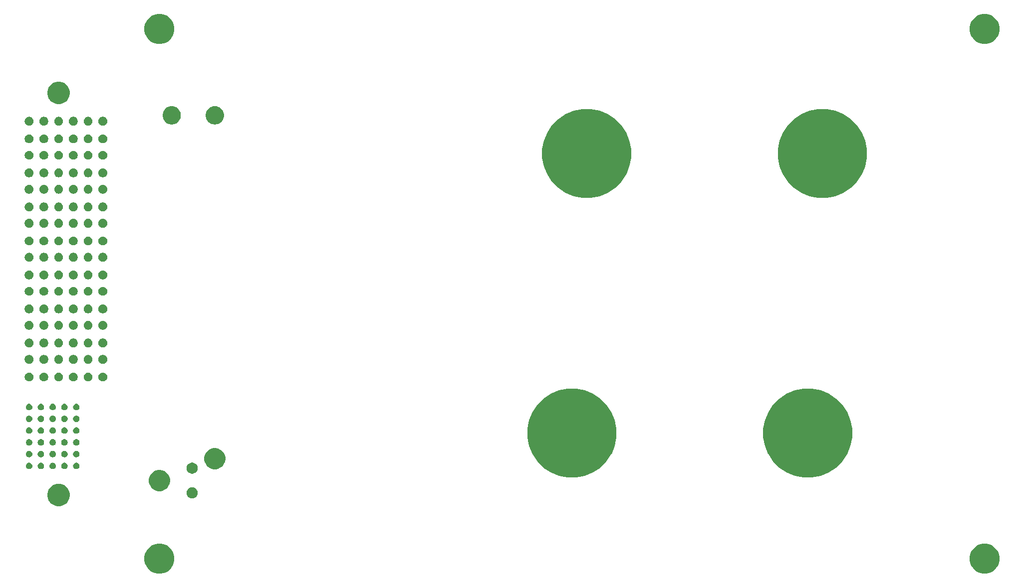
<source format=gbr>
G04 #@! TF.GenerationSoftware,KiCad,Pcbnew,(5.1.6)-1*
G04 #@! TF.CreationDate,2021-03-03T14:17:42+01:00*
G04 #@! TF.ProjectId,Busbar board,42757362-6172-4206-926f-6172642e6b69,rev?*
G04 #@! TF.SameCoordinates,PX4c4b360PY85843d4*
G04 #@! TF.FileFunction,Soldermask,Bot*
G04 #@! TF.FilePolarity,Negative*
%FSLAX46Y46*%
G04 Gerber Fmt 4.6, Leading zero omitted, Abs format (unit mm)*
G04 Created by KiCad (PCBNEW (5.1.6)-1) date 2021-03-03 14:17:42*
%MOMM*%
%LPD*%
G01*
G04 APERTURE LIST*
%ADD10C,0.100000*%
G04 APERTURE END LIST*
D10*
G36*
X140744258Y2455227D02*
G01*
X141208510Y2262928D01*
X141208512Y2262927D01*
X141626328Y1983751D01*
X141981651Y1628428D01*
X142260827Y1210612D01*
X142260828Y1210610D01*
X142453127Y746358D01*
X142551160Y253513D01*
X142551160Y-248993D01*
X142453127Y-741838D01*
X142260828Y-1206090D01*
X142260827Y-1206092D01*
X141981651Y-1623908D01*
X141626328Y-1979231D01*
X141208512Y-2258407D01*
X141208511Y-2258408D01*
X141208510Y-2258408D01*
X140744258Y-2450707D01*
X140251413Y-2548740D01*
X139748907Y-2548740D01*
X139256062Y-2450707D01*
X138791810Y-2258408D01*
X138791809Y-2258408D01*
X138791808Y-2258407D01*
X138373992Y-1979231D01*
X138018669Y-1623908D01*
X137739493Y-1206092D01*
X137739492Y-1206090D01*
X137547193Y-741838D01*
X137449160Y-248993D01*
X137449160Y253513D01*
X137547193Y746358D01*
X137739492Y1210610D01*
X137739493Y1210612D01*
X138018669Y1628428D01*
X138373992Y1983751D01*
X138791808Y2262927D01*
X138791810Y2262928D01*
X139256062Y2455227D01*
X139748907Y2553260D01*
X140251413Y2553260D01*
X140744258Y2455227D01*
G37*
G36*
X744258Y2455227D02*
G01*
X1208510Y2262928D01*
X1208512Y2262927D01*
X1626328Y1983751D01*
X1981651Y1628428D01*
X2260827Y1210612D01*
X2260828Y1210610D01*
X2453127Y746358D01*
X2551160Y253513D01*
X2551160Y-248993D01*
X2453127Y-741838D01*
X2260828Y-1206090D01*
X2260827Y-1206092D01*
X1981651Y-1623908D01*
X1626328Y-1979231D01*
X1208512Y-2258407D01*
X1208511Y-2258408D01*
X1208510Y-2258408D01*
X744258Y-2450707D01*
X251413Y-2548740D01*
X-251093Y-2548740D01*
X-743938Y-2450707D01*
X-1208190Y-2258408D01*
X-1208191Y-2258408D01*
X-1208192Y-2258407D01*
X-1626008Y-1979231D01*
X-1981331Y-1623908D01*
X-2260507Y-1206092D01*
X-2260508Y-1206090D01*
X-2452807Y-741838D01*
X-2550840Y-248993D01*
X-2550840Y253513D01*
X-2452807Y746358D01*
X-2260508Y1210610D01*
X-2260507Y1210612D01*
X-1981331Y1628428D01*
X-1626008Y1983751D01*
X-1208192Y2262927D01*
X-1208190Y2262928D01*
X-743938Y2455227D01*
X-251093Y2553260D01*
X251413Y2553260D01*
X744258Y2455227D01*
G37*
G36*
X-16728974Y12701733D02*
G01*
X-16545339Y12665206D01*
X-16199379Y12521904D01*
X-15888023Y12313863D01*
X-15623237Y12049077D01*
X-15415196Y11737721D01*
X-15271894Y11391761D01*
X-15198840Y11024492D01*
X-15198840Y10650028D01*
X-15271894Y10282759D01*
X-15415196Y9936799D01*
X-15623237Y9625443D01*
X-15888023Y9360657D01*
X-16199379Y9152616D01*
X-16545339Y9009314D01*
X-16912607Y8936260D01*
X-17287073Y8936260D01*
X-17654341Y9009314D01*
X-18000301Y9152616D01*
X-18311657Y9360657D01*
X-18576443Y9625443D01*
X-18784484Y9936799D01*
X-18927786Y10282759D01*
X-19000840Y10650028D01*
X-19000840Y11024492D01*
X-18927786Y11391761D01*
X-18784484Y11737721D01*
X-18576443Y12049077D01*
X-18311657Y12313863D01*
X-18000301Y12521904D01*
X-17654341Y12665206D01*
X-17470706Y12701733D01*
X-17287073Y12738260D01*
X-16912607Y12738260D01*
X-16728974Y12701733D01*
G37*
G36*
X5827555Y12096714D02*
G01*
X6000626Y12025026D01*
X6000627Y12025025D01*
X6156387Y11920950D01*
X6288850Y11788487D01*
X6322772Y11737719D01*
X6392926Y11632726D01*
X6464614Y11459655D01*
X6501160Y11275927D01*
X6501160Y11088593D01*
X6464614Y10904865D01*
X6392926Y10731794D01*
X6392925Y10731793D01*
X6288850Y10576033D01*
X6156387Y10443570D01*
X6077978Y10391179D01*
X6000626Y10339494D01*
X5827555Y10267806D01*
X5643827Y10231260D01*
X5456493Y10231260D01*
X5272765Y10267806D01*
X5099694Y10339494D01*
X5022342Y10391179D01*
X4943933Y10443570D01*
X4811470Y10576033D01*
X4707395Y10731793D01*
X4707394Y10731794D01*
X4635706Y10904865D01*
X4599160Y11088593D01*
X4599160Y11275927D01*
X4635706Y11459655D01*
X4707394Y11632726D01*
X4777548Y11737719D01*
X4811470Y11788487D01*
X4943933Y11920950D01*
X5099693Y12025025D01*
X5099694Y12025026D01*
X5272765Y12096714D01*
X5456493Y12133260D01*
X5643827Y12133260D01*
X5827555Y12096714D01*
G37*
G36*
X525491Y15014049D02*
G01*
X853252Y14878286D01*
X1148230Y14681188D01*
X1399088Y14430330D01*
X1596186Y14135352D01*
X1731949Y13807591D01*
X1801160Y13459644D01*
X1801160Y13104876D01*
X1731949Y12756929D01*
X1596186Y12429168D01*
X1399088Y12134190D01*
X1148230Y11883332D01*
X853252Y11686234D01*
X525491Y11550471D01*
X177544Y11481260D01*
X-177224Y11481260D01*
X-525171Y11550471D01*
X-852932Y11686234D01*
X-1147910Y11883332D01*
X-1398768Y12134190D01*
X-1595866Y12429168D01*
X-1731629Y12756929D01*
X-1800840Y13104876D01*
X-1800840Y13459644D01*
X-1731629Y13807591D01*
X-1595866Y14135352D01*
X-1398768Y14430330D01*
X-1147910Y14681188D01*
X-852932Y14878286D01*
X-525171Y15014049D01*
X-177224Y15083260D01*
X177544Y15083260D01*
X525491Y15014049D01*
G37*
G36*
X72202704Y28593080D02*
G01*
X73576898Y28023870D01*
X73576900Y28023869D01*
X74813642Y27197505D01*
X75865405Y26145742D01*
X76691769Y24909000D01*
X76691770Y24908998D01*
X77260980Y23534804D01*
X77551160Y22075970D01*
X77551160Y20588550D01*
X77260980Y19129716D01*
X76723253Y17831529D01*
X76691769Y17755520D01*
X75865405Y16518778D01*
X74813642Y15467015D01*
X73576900Y14640651D01*
X73576899Y14640650D01*
X73576898Y14640650D01*
X72202704Y14071440D01*
X70743870Y13781260D01*
X69256450Y13781260D01*
X67797616Y14071440D01*
X66423422Y14640650D01*
X66423421Y14640650D01*
X66423420Y14640651D01*
X65186678Y15467015D01*
X64134915Y16518778D01*
X63308551Y17755520D01*
X63277067Y17831529D01*
X62739340Y19129716D01*
X62449160Y20588550D01*
X62449160Y22075970D01*
X62739340Y23534804D01*
X63308550Y24908998D01*
X63308551Y24909000D01*
X64134915Y26145742D01*
X65186678Y27197505D01*
X66423420Y28023869D01*
X66423422Y28023870D01*
X67797616Y28593080D01*
X69256450Y28883260D01*
X70743870Y28883260D01*
X72202704Y28593080D01*
G37*
G36*
X112202704Y28593080D02*
G01*
X113576898Y28023870D01*
X113576900Y28023869D01*
X114813642Y27197505D01*
X115865405Y26145742D01*
X116691769Y24909000D01*
X116691770Y24908998D01*
X117260980Y23534804D01*
X117551160Y22075970D01*
X117551160Y20588550D01*
X117260980Y19129716D01*
X116723253Y17831529D01*
X116691769Y17755520D01*
X115865405Y16518778D01*
X114813642Y15467015D01*
X113576900Y14640651D01*
X113576899Y14640650D01*
X113576898Y14640650D01*
X112202704Y14071440D01*
X110743870Y13781260D01*
X109256450Y13781260D01*
X107797616Y14071440D01*
X106423422Y14640650D01*
X106423421Y14640650D01*
X106423420Y14640651D01*
X105186678Y15467015D01*
X104134915Y16518778D01*
X103308551Y17755520D01*
X103277067Y17831529D01*
X102739340Y19129716D01*
X102449160Y20588550D01*
X102449160Y22075970D01*
X102739340Y23534804D01*
X103308550Y24908998D01*
X103308551Y24909000D01*
X104134915Y26145742D01*
X105186678Y27197505D01*
X106423420Y28023869D01*
X106423422Y28023870D01*
X107797616Y28593080D01*
X109256450Y28883260D01*
X110743870Y28883260D01*
X112202704Y28593080D01*
G37*
G36*
X5827555Y16296714D02*
G01*
X6000626Y16225026D01*
X6000627Y16225025D01*
X6156387Y16120950D01*
X6288850Y15988487D01*
X6288851Y15988485D01*
X6392926Y15832726D01*
X6464614Y15659655D01*
X6501160Y15475927D01*
X6501160Y15288593D01*
X6464614Y15104865D01*
X6392926Y14931794D01*
X6392925Y14931793D01*
X6288850Y14776033D01*
X6156387Y14643570D01*
X6077978Y14591179D01*
X6000626Y14539494D01*
X5827555Y14467806D01*
X5643827Y14431260D01*
X5456493Y14431260D01*
X5272765Y14467806D01*
X5099694Y14539494D01*
X5022342Y14591179D01*
X4943933Y14643570D01*
X4811470Y14776033D01*
X4707395Y14931793D01*
X4707394Y14931794D01*
X4635706Y15104865D01*
X4599160Y15288593D01*
X4599160Y15475927D01*
X4635706Y15659655D01*
X4707394Y15832726D01*
X4811469Y15988485D01*
X4811470Y15988487D01*
X4943933Y16120950D01*
X5099693Y16225025D01*
X5099694Y16225026D01*
X5272765Y16296714D01*
X5456493Y16333260D01*
X5643827Y16333260D01*
X5827555Y16296714D01*
G37*
G36*
X9925491Y18734049D02*
G01*
X10253252Y18598286D01*
X10548230Y18401188D01*
X10799088Y18150330D01*
X10996186Y17855352D01*
X11131949Y17527591D01*
X11201160Y17179644D01*
X11201160Y16824876D01*
X11131949Y16476929D01*
X10996186Y16149168D01*
X10799088Y15854190D01*
X10548230Y15603332D01*
X10253252Y15406234D01*
X9925491Y15270471D01*
X9577544Y15201260D01*
X9222776Y15201260D01*
X8874829Y15270471D01*
X8547068Y15406234D01*
X8252090Y15603332D01*
X8001232Y15854190D01*
X7804134Y16149168D01*
X7668371Y16476929D01*
X7599160Y16824876D01*
X7599160Y17179644D01*
X7668371Y17527591D01*
X7804134Y17855352D01*
X8001232Y18150330D01*
X8252090Y18401188D01*
X8547068Y18598286D01*
X8874829Y18734049D01*
X9222776Y18803260D01*
X9577544Y18803260D01*
X9925491Y18734049D01*
G37*
G36*
X-13939119Y16307086D02*
G01*
X-13838845Y16265551D01*
X-13838844Y16265550D01*
X-13748598Y16205250D01*
X-13671850Y16128502D01*
X-13671849Y16128500D01*
X-13611549Y16038255D01*
X-13570014Y15937981D01*
X-13548840Y15831530D01*
X-13548840Y15722990D01*
X-13570014Y15616539D01*
X-13611549Y15516265D01*
X-13611550Y15516264D01*
X-13671850Y15426018D01*
X-13748598Y15349270D01*
X-13794028Y15318915D01*
X-13838845Y15288969D01*
X-13939119Y15247434D01*
X-14045570Y15226260D01*
X-14154110Y15226260D01*
X-14260561Y15247434D01*
X-14360835Y15288969D01*
X-14405652Y15318915D01*
X-14451082Y15349270D01*
X-14527830Y15426018D01*
X-14588130Y15516264D01*
X-14588131Y15516265D01*
X-14629666Y15616539D01*
X-14650840Y15722990D01*
X-14650840Y15831530D01*
X-14629666Y15937981D01*
X-14588131Y16038255D01*
X-14527831Y16128500D01*
X-14527830Y16128502D01*
X-14451082Y16205250D01*
X-14360836Y16265550D01*
X-14360835Y16265551D01*
X-14260561Y16307086D01*
X-14154110Y16328260D01*
X-14045570Y16328260D01*
X-13939119Y16307086D01*
G37*
G36*
X-21939119Y16307086D02*
G01*
X-21838845Y16265551D01*
X-21838844Y16265550D01*
X-21748598Y16205250D01*
X-21671850Y16128502D01*
X-21671849Y16128500D01*
X-21611549Y16038255D01*
X-21570014Y15937981D01*
X-21548840Y15831530D01*
X-21548840Y15722990D01*
X-21570014Y15616539D01*
X-21611549Y15516265D01*
X-21611550Y15516264D01*
X-21671850Y15426018D01*
X-21748598Y15349270D01*
X-21794028Y15318915D01*
X-21838845Y15288969D01*
X-21939119Y15247434D01*
X-22045570Y15226260D01*
X-22154110Y15226260D01*
X-22260561Y15247434D01*
X-22360835Y15288969D01*
X-22405652Y15318915D01*
X-22451082Y15349270D01*
X-22527830Y15426018D01*
X-22588130Y15516264D01*
X-22588131Y15516265D01*
X-22629666Y15616539D01*
X-22650840Y15722990D01*
X-22650840Y15831530D01*
X-22629666Y15937981D01*
X-22588131Y16038255D01*
X-22527831Y16128500D01*
X-22527830Y16128502D01*
X-22451082Y16205250D01*
X-22360836Y16265550D01*
X-22360835Y16265551D01*
X-22260561Y16307086D01*
X-22154110Y16328260D01*
X-22045570Y16328260D01*
X-21939119Y16307086D01*
G37*
G36*
X-19939119Y16307086D02*
G01*
X-19838845Y16265551D01*
X-19838844Y16265550D01*
X-19748598Y16205250D01*
X-19671850Y16128502D01*
X-19671849Y16128500D01*
X-19611549Y16038255D01*
X-19570014Y15937981D01*
X-19548840Y15831530D01*
X-19548840Y15722990D01*
X-19570014Y15616539D01*
X-19611549Y15516265D01*
X-19611550Y15516264D01*
X-19671850Y15426018D01*
X-19748598Y15349270D01*
X-19794028Y15318915D01*
X-19838845Y15288969D01*
X-19939119Y15247434D01*
X-20045570Y15226260D01*
X-20154110Y15226260D01*
X-20260561Y15247434D01*
X-20360835Y15288969D01*
X-20405652Y15318915D01*
X-20451082Y15349270D01*
X-20527830Y15426018D01*
X-20588130Y15516264D01*
X-20588131Y15516265D01*
X-20629666Y15616539D01*
X-20650840Y15722990D01*
X-20650840Y15831530D01*
X-20629666Y15937981D01*
X-20588131Y16038255D01*
X-20527831Y16128500D01*
X-20527830Y16128502D01*
X-20451082Y16205250D01*
X-20360836Y16265550D01*
X-20360835Y16265551D01*
X-20260561Y16307086D01*
X-20154110Y16328260D01*
X-20045570Y16328260D01*
X-19939119Y16307086D01*
G37*
G36*
X-17939119Y16307086D02*
G01*
X-17838845Y16265551D01*
X-17838844Y16265550D01*
X-17748598Y16205250D01*
X-17671850Y16128502D01*
X-17671849Y16128500D01*
X-17611549Y16038255D01*
X-17570014Y15937981D01*
X-17548840Y15831530D01*
X-17548840Y15722990D01*
X-17570014Y15616539D01*
X-17611549Y15516265D01*
X-17611550Y15516264D01*
X-17671850Y15426018D01*
X-17748598Y15349270D01*
X-17794028Y15318915D01*
X-17838845Y15288969D01*
X-17939119Y15247434D01*
X-18045570Y15226260D01*
X-18154110Y15226260D01*
X-18260561Y15247434D01*
X-18360835Y15288969D01*
X-18405652Y15318915D01*
X-18451082Y15349270D01*
X-18527830Y15426018D01*
X-18588130Y15516264D01*
X-18588131Y15516265D01*
X-18629666Y15616539D01*
X-18650840Y15722990D01*
X-18650840Y15831530D01*
X-18629666Y15937981D01*
X-18588131Y16038255D01*
X-18527831Y16128500D01*
X-18527830Y16128502D01*
X-18451082Y16205250D01*
X-18360836Y16265550D01*
X-18360835Y16265551D01*
X-18260561Y16307086D01*
X-18154110Y16328260D01*
X-18045570Y16328260D01*
X-17939119Y16307086D01*
G37*
G36*
X-15939119Y16307086D02*
G01*
X-15838845Y16265551D01*
X-15838844Y16265550D01*
X-15748598Y16205250D01*
X-15671850Y16128502D01*
X-15671849Y16128500D01*
X-15611549Y16038255D01*
X-15570014Y15937981D01*
X-15548840Y15831530D01*
X-15548840Y15722990D01*
X-15570014Y15616539D01*
X-15611549Y15516265D01*
X-15611550Y15516264D01*
X-15671850Y15426018D01*
X-15748598Y15349270D01*
X-15794028Y15318915D01*
X-15838845Y15288969D01*
X-15939119Y15247434D01*
X-16045570Y15226260D01*
X-16154110Y15226260D01*
X-16260561Y15247434D01*
X-16360835Y15288969D01*
X-16405652Y15318915D01*
X-16451082Y15349270D01*
X-16527830Y15426018D01*
X-16588130Y15516264D01*
X-16588131Y15516265D01*
X-16629666Y15616539D01*
X-16650840Y15722990D01*
X-16650840Y15831530D01*
X-16629666Y15937981D01*
X-16588131Y16038255D01*
X-16527831Y16128500D01*
X-16527830Y16128502D01*
X-16451082Y16205250D01*
X-16360836Y16265550D01*
X-16360835Y16265551D01*
X-16260561Y16307086D01*
X-16154110Y16328260D01*
X-16045570Y16328260D01*
X-15939119Y16307086D01*
G37*
G36*
X-19939119Y18307086D02*
G01*
X-19838845Y18265551D01*
X-19838844Y18265550D01*
X-19748598Y18205250D01*
X-19671850Y18128502D01*
X-19671849Y18128500D01*
X-19611549Y18038255D01*
X-19570014Y17937981D01*
X-19548840Y17831530D01*
X-19548840Y17722990D01*
X-19570014Y17616539D01*
X-19611549Y17516265D01*
X-19611550Y17516264D01*
X-19671850Y17426018D01*
X-19748598Y17349270D01*
X-19794028Y17318915D01*
X-19838845Y17288969D01*
X-19939119Y17247434D01*
X-20045570Y17226260D01*
X-20154110Y17226260D01*
X-20260561Y17247434D01*
X-20360835Y17288969D01*
X-20405652Y17318915D01*
X-20451082Y17349270D01*
X-20527830Y17426018D01*
X-20588130Y17516264D01*
X-20588131Y17516265D01*
X-20629666Y17616539D01*
X-20650840Y17722990D01*
X-20650840Y17831530D01*
X-20629666Y17937981D01*
X-20588131Y18038255D01*
X-20527831Y18128500D01*
X-20527830Y18128502D01*
X-20451082Y18205250D01*
X-20360836Y18265550D01*
X-20360835Y18265551D01*
X-20260561Y18307086D01*
X-20154110Y18328260D01*
X-20045570Y18328260D01*
X-19939119Y18307086D01*
G37*
G36*
X-13939119Y18307086D02*
G01*
X-13838845Y18265551D01*
X-13838844Y18265550D01*
X-13748598Y18205250D01*
X-13671850Y18128502D01*
X-13671849Y18128500D01*
X-13611549Y18038255D01*
X-13570014Y17937981D01*
X-13548840Y17831530D01*
X-13548840Y17722990D01*
X-13570014Y17616539D01*
X-13611549Y17516265D01*
X-13611550Y17516264D01*
X-13671850Y17426018D01*
X-13748598Y17349270D01*
X-13794028Y17318915D01*
X-13838845Y17288969D01*
X-13939119Y17247434D01*
X-14045570Y17226260D01*
X-14154110Y17226260D01*
X-14260561Y17247434D01*
X-14360835Y17288969D01*
X-14405652Y17318915D01*
X-14451082Y17349270D01*
X-14527830Y17426018D01*
X-14588130Y17516264D01*
X-14588131Y17516265D01*
X-14629666Y17616539D01*
X-14650840Y17722990D01*
X-14650840Y17831530D01*
X-14629666Y17937981D01*
X-14588131Y18038255D01*
X-14527831Y18128500D01*
X-14527830Y18128502D01*
X-14451082Y18205250D01*
X-14360836Y18265550D01*
X-14360835Y18265551D01*
X-14260561Y18307086D01*
X-14154110Y18328260D01*
X-14045570Y18328260D01*
X-13939119Y18307086D01*
G37*
G36*
X-15939119Y18307086D02*
G01*
X-15838845Y18265551D01*
X-15838844Y18265550D01*
X-15748598Y18205250D01*
X-15671850Y18128502D01*
X-15671849Y18128500D01*
X-15611549Y18038255D01*
X-15570014Y17937981D01*
X-15548840Y17831530D01*
X-15548840Y17722990D01*
X-15570014Y17616539D01*
X-15611549Y17516265D01*
X-15611550Y17516264D01*
X-15671850Y17426018D01*
X-15748598Y17349270D01*
X-15794028Y17318915D01*
X-15838845Y17288969D01*
X-15939119Y17247434D01*
X-16045570Y17226260D01*
X-16154110Y17226260D01*
X-16260561Y17247434D01*
X-16360835Y17288969D01*
X-16405652Y17318915D01*
X-16451082Y17349270D01*
X-16527830Y17426018D01*
X-16588130Y17516264D01*
X-16588131Y17516265D01*
X-16629666Y17616539D01*
X-16650840Y17722990D01*
X-16650840Y17831530D01*
X-16629666Y17937981D01*
X-16588131Y18038255D01*
X-16527831Y18128500D01*
X-16527830Y18128502D01*
X-16451082Y18205250D01*
X-16360836Y18265550D01*
X-16360835Y18265551D01*
X-16260561Y18307086D01*
X-16154110Y18328260D01*
X-16045570Y18328260D01*
X-15939119Y18307086D01*
G37*
G36*
X-17939119Y18307086D02*
G01*
X-17838845Y18265551D01*
X-17838844Y18265550D01*
X-17748598Y18205250D01*
X-17671850Y18128502D01*
X-17671849Y18128500D01*
X-17611549Y18038255D01*
X-17570014Y17937981D01*
X-17548840Y17831530D01*
X-17548840Y17722990D01*
X-17570014Y17616539D01*
X-17611549Y17516265D01*
X-17611550Y17516264D01*
X-17671850Y17426018D01*
X-17748598Y17349270D01*
X-17794028Y17318915D01*
X-17838845Y17288969D01*
X-17939119Y17247434D01*
X-18045570Y17226260D01*
X-18154110Y17226260D01*
X-18260561Y17247434D01*
X-18360835Y17288969D01*
X-18405652Y17318915D01*
X-18451082Y17349270D01*
X-18527830Y17426018D01*
X-18588130Y17516264D01*
X-18588131Y17516265D01*
X-18629666Y17616539D01*
X-18650840Y17722990D01*
X-18650840Y17831530D01*
X-18629666Y17937981D01*
X-18588131Y18038255D01*
X-18527831Y18128500D01*
X-18527830Y18128502D01*
X-18451082Y18205250D01*
X-18360836Y18265550D01*
X-18360835Y18265551D01*
X-18260561Y18307086D01*
X-18154110Y18328260D01*
X-18045570Y18328260D01*
X-17939119Y18307086D01*
G37*
G36*
X-21939119Y18307086D02*
G01*
X-21838845Y18265551D01*
X-21838844Y18265550D01*
X-21748598Y18205250D01*
X-21671850Y18128502D01*
X-21671849Y18128500D01*
X-21611549Y18038255D01*
X-21570014Y17937981D01*
X-21548840Y17831530D01*
X-21548840Y17722990D01*
X-21570014Y17616539D01*
X-21611549Y17516265D01*
X-21611550Y17516264D01*
X-21671850Y17426018D01*
X-21748598Y17349270D01*
X-21794028Y17318915D01*
X-21838845Y17288969D01*
X-21939119Y17247434D01*
X-22045570Y17226260D01*
X-22154110Y17226260D01*
X-22260561Y17247434D01*
X-22360835Y17288969D01*
X-22405652Y17318915D01*
X-22451082Y17349270D01*
X-22527830Y17426018D01*
X-22588130Y17516264D01*
X-22588131Y17516265D01*
X-22629666Y17616539D01*
X-22650840Y17722990D01*
X-22650840Y17831530D01*
X-22629666Y17937981D01*
X-22588131Y18038255D01*
X-22527831Y18128500D01*
X-22527830Y18128502D01*
X-22451082Y18205250D01*
X-22360836Y18265550D01*
X-22360835Y18265551D01*
X-22260561Y18307086D01*
X-22154110Y18328260D01*
X-22045570Y18328260D01*
X-21939119Y18307086D01*
G37*
G36*
X-21939119Y20307086D02*
G01*
X-21838845Y20265551D01*
X-21838844Y20265550D01*
X-21748598Y20205250D01*
X-21671850Y20128502D01*
X-21671849Y20128500D01*
X-21611549Y20038255D01*
X-21570014Y19937981D01*
X-21548840Y19831530D01*
X-21548840Y19722990D01*
X-21570014Y19616539D01*
X-21611549Y19516265D01*
X-21611550Y19516264D01*
X-21671850Y19426018D01*
X-21748598Y19349270D01*
X-21794028Y19318915D01*
X-21838845Y19288969D01*
X-21939119Y19247434D01*
X-22045570Y19226260D01*
X-22154110Y19226260D01*
X-22260561Y19247434D01*
X-22360835Y19288969D01*
X-22405652Y19318915D01*
X-22451082Y19349270D01*
X-22527830Y19426018D01*
X-22588130Y19516264D01*
X-22588131Y19516265D01*
X-22629666Y19616539D01*
X-22650840Y19722990D01*
X-22650840Y19831530D01*
X-22629666Y19937981D01*
X-22588131Y20038255D01*
X-22527831Y20128500D01*
X-22527830Y20128502D01*
X-22451082Y20205250D01*
X-22360836Y20265550D01*
X-22360835Y20265551D01*
X-22260561Y20307086D01*
X-22154110Y20328260D01*
X-22045570Y20328260D01*
X-21939119Y20307086D01*
G37*
G36*
X-13939119Y20307086D02*
G01*
X-13838845Y20265551D01*
X-13838844Y20265550D01*
X-13748598Y20205250D01*
X-13671850Y20128502D01*
X-13671849Y20128500D01*
X-13611549Y20038255D01*
X-13570014Y19937981D01*
X-13548840Y19831530D01*
X-13548840Y19722990D01*
X-13570014Y19616539D01*
X-13611549Y19516265D01*
X-13611550Y19516264D01*
X-13671850Y19426018D01*
X-13748598Y19349270D01*
X-13794028Y19318915D01*
X-13838845Y19288969D01*
X-13939119Y19247434D01*
X-14045570Y19226260D01*
X-14154110Y19226260D01*
X-14260561Y19247434D01*
X-14360835Y19288969D01*
X-14405652Y19318915D01*
X-14451082Y19349270D01*
X-14527830Y19426018D01*
X-14588130Y19516264D01*
X-14588131Y19516265D01*
X-14629666Y19616539D01*
X-14650840Y19722990D01*
X-14650840Y19831530D01*
X-14629666Y19937981D01*
X-14588131Y20038255D01*
X-14527831Y20128500D01*
X-14527830Y20128502D01*
X-14451082Y20205250D01*
X-14360836Y20265550D01*
X-14360835Y20265551D01*
X-14260561Y20307086D01*
X-14154110Y20328260D01*
X-14045570Y20328260D01*
X-13939119Y20307086D01*
G37*
G36*
X-15939119Y20307086D02*
G01*
X-15838845Y20265551D01*
X-15838844Y20265550D01*
X-15748598Y20205250D01*
X-15671850Y20128502D01*
X-15671849Y20128500D01*
X-15611549Y20038255D01*
X-15570014Y19937981D01*
X-15548840Y19831530D01*
X-15548840Y19722990D01*
X-15570014Y19616539D01*
X-15611549Y19516265D01*
X-15611550Y19516264D01*
X-15671850Y19426018D01*
X-15748598Y19349270D01*
X-15794028Y19318915D01*
X-15838845Y19288969D01*
X-15939119Y19247434D01*
X-16045570Y19226260D01*
X-16154110Y19226260D01*
X-16260561Y19247434D01*
X-16360835Y19288969D01*
X-16405652Y19318915D01*
X-16451082Y19349270D01*
X-16527830Y19426018D01*
X-16588130Y19516264D01*
X-16588131Y19516265D01*
X-16629666Y19616539D01*
X-16650840Y19722990D01*
X-16650840Y19831530D01*
X-16629666Y19937981D01*
X-16588131Y20038255D01*
X-16527831Y20128500D01*
X-16527830Y20128502D01*
X-16451082Y20205250D01*
X-16360836Y20265550D01*
X-16360835Y20265551D01*
X-16260561Y20307086D01*
X-16154110Y20328260D01*
X-16045570Y20328260D01*
X-15939119Y20307086D01*
G37*
G36*
X-17939119Y20307086D02*
G01*
X-17838845Y20265551D01*
X-17838844Y20265550D01*
X-17748598Y20205250D01*
X-17671850Y20128502D01*
X-17671849Y20128500D01*
X-17611549Y20038255D01*
X-17570014Y19937981D01*
X-17548840Y19831530D01*
X-17548840Y19722990D01*
X-17570014Y19616539D01*
X-17611549Y19516265D01*
X-17611550Y19516264D01*
X-17671850Y19426018D01*
X-17748598Y19349270D01*
X-17794028Y19318915D01*
X-17838845Y19288969D01*
X-17939119Y19247434D01*
X-18045570Y19226260D01*
X-18154110Y19226260D01*
X-18260561Y19247434D01*
X-18360835Y19288969D01*
X-18405652Y19318915D01*
X-18451082Y19349270D01*
X-18527830Y19426018D01*
X-18588130Y19516264D01*
X-18588131Y19516265D01*
X-18629666Y19616539D01*
X-18650840Y19722990D01*
X-18650840Y19831530D01*
X-18629666Y19937981D01*
X-18588131Y20038255D01*
X-18527831Y20128500D01*
X-18527830Y20128502D01*
X-18451082Y20205250D01*
X-18360836Y20265550D01*
X-18360835Y20265551D01*
X-18260561Y20307086D01*
X-18154110Y20328260D01*
X-18045570Y20328260D01*
X-17939119Y20307086D01*
G37*
G36*
X-19939119Y20307086D02*
G01*
X-19838845Y20265551D01*
X-19838844Y20265550D01*
X-19748598Y20205250D01*
X-19671850Y20128502D01*
X-19671849Y20128500D01*
X-19611549Y20038255D01*
X-19570014Y19937981D01*
X-19548840Y19831530D01*
X-19548840Y19722990D01*
X-19570014Y19616539D01*
X-19611549Y19516265D01*
X-19611550Y19516264D01*
X-19671850Y19426018D01*
X-19748598Y19349270D01*
X-19794028Y19318915D01*
X-19838845Y19288969D01*
X-19939119Y19247434D01*
X-20045570Y19226260D01*
X-20154110Y19226260D01*
X-20260561Y19247434D01*
X-20360835Y19288969D01*
X-20405652Y19318915D01*
X-20451082Y19349270D01*
X-20527830Y19426018D01*
X-20588130Y19516264D01*
X-20588131Y19516265D01*
X-20629666Y19616539D01*
X-20650840Y19722990D01*
X-20650840Y19831530D01*
X-20629666Y19937981D01*
X-20588131Y20038255D01*
X-20527831Y20128500D01*
X-20527830Y20128502D01*
X-20451082Y20205250D01*
X-20360836Y20265550D01*
X-20360835Y20265551D01*
X-20260561Y20307086D01*
X-20154110Y20328260D01*
X-20045570Y20328260D01*
X-19939119Y20307086D01*
G37*
G36*
X-21939119Y22307086D02*
G01*
X-21838845Y22265551D01*
X-21838844Y22265550D01*
X-21748598Y22205250D01*
X-21671850Y22128502D01*
X-21671849Y22128500D01*
X-21611549Y22038255D01*
X-21570014Y21937981D01*
X-21548840Y21831530D01*
X-21548840Y21722990D01*
X-21570014Y21616539D01*
X-21611549Y21516265D01*
X-21611550Y21516264D01*
X-21671850Y21426018D01*
X-21748598Y21349270D01*
X-21794028Y21318915D01*
X-21838845Y21288969D01*
X-21939119Y21247434D01*
X-22045570Y21226260D01*
X-22154110Y21226260D01*
X-22260561Y21247434D01*
X-22360835Y21288969D01*
X-22405652Y21318915D01*
X-22451082Y21349270D01*
X-22527830Y21426018D01*
X-22588130Y21516264D01*
X-22588131Y21516265D01*
X-22629666Y21616539D01*
X-22650840Y21722990D01*
X-22650840Y21831530D01*
X-22629666Y21937981D01*
X-22588131Y22038255D01*
X-22527831Y22128500D01*
X-22527830Y22128502D01*
X-22451082Y22205250D01*
X-22360836Y22265550D01*
X-22360835Y22265551D01*
X-22260561Y22307086D01*
X-22154110Y22328260D01*
X-22045570Y22328260D01*
X-21939119Y22307086D01*
G37*
G36*
X-19939119Y22307086D02*
G01*
X-19838845Y22265551D01*
X-19838844Y22265550D01*
X-19748598Y22205250D01*
X-19671850Y22128502D01*
X-19671849Y22128500D01*
X-19611549Y22038255D01*
X-19570014Y21937981D01*
X-19548840Y21831530D01*
X-19548840Y21722990D01*
X-19570014Y21616539D01*
X-19611549Y21516265D01*
X-19611550Y21516264D01*
X-19671850Y21426018D01*
X-19748598Y21349270D01*
X-19794028Y21318915D01*
X-19838845Y21288969D01*
X-19939119Y21247434D01*
X-20045570Y21226260D01*
X-20154110Y21226260D01*
X-20260561Y21247434D01*
X-20360835Y21288969D01*
X-20405652Y21318915D01*
X-20451082Y21349270D01*
X-20527830Y21426018D01*
X-20588130Y21516264D01*
X-20588131Y21516265D01*
X-20629666Y21616539D01*
X-20650840Y21722990D01*
X-20650840Y21831530D01*
X-20629666Y21937981D01*
X-20588131Y22038255D01*
X-20527831Y22128500D01*
X-20527830Y22128502D01*
X-20451082Y22205250D01*
X-20360836Y22265550D01*
X-20360835Y22265551D01*
X-20260561Y22307086D01*
X-20154110Y22328260D01*
X-20045570Y22328260D01*
X-19939119Y22307086D01*
G37*
G36*
X-17939119Y22307086D02*
G01*
X-17838845Y22265551D01*
X-17838844Y22265550D01*
X-17748598Y22205250D01*
X-17671850Y22128502D01*
X-17671849Y22128500D01*
X-17611549Y22038255D01*
X-17570014Y21937981D01*
X-17548840Y21831530D01*
X-17548840Y21722990D01*
X-17570014Y21616539D01*
X-17611549Y21516265D01*
X-17611550Y21516264D01*
X-17671850Y21426018D01*
X-17748598Y21349270D01*
X-17794028Y21318915D01*
X-17838845Y21288969D01*
X-17939119Y21247434D01*
X-18045570Y21226260D01*
X-18154110Y21226260D01*
X-18260561Y21247434D01*
X-18360835Y21288969D01*
X-18405652Y21318915D01*
X-18451082Y21349270D01*
X-18527830Y21426018D01*
X-18588130Y21516264D01*
X-18588131Y21516265D01*
X-18629666Y21616539D01*
X-18650840Y21722990D01*
X-18650840Y21831530D01*
X-18629666Y21937981D01*
X-18588131Y22038255D01*
X-18527831Y22128500D01*
X-18527830Y22128502D01*
X-18451082Y22205250D01*
X-18360836Y22265550D01*
X-18360835Y22265551D01*
X-18260561Y22307086D01*
X-18154110Y22328260D01*
X-18045570Y22328260D01*
X-17939119Y22307086D01*
G37*
G36*
X-15939119Y22307086D02*
G01*
X-15838845Y22265551D01*
X-15838844Y22265550D01*
X-15748598Y22205250D01*
X-15671850Y22128502D01*
X-15671849Y22128500D01*
X-15611549Y22038255D01*
X-15570014Y21937981D01*
X-15548840Y21831530D01*
X-15548840Y21722990D01*
X-15570014Y21616539D01*
X-15611549Y21516265D01*
X-15611550Y21516264D01*
X-15671850Y21426018D01*
X-15748598Y21349270D01*
X-15794028Y21318915D01*
X-15838845Y21288969D01*
X-15939119Y21247434D01*
X-16045570Y21226260D01*
X-16154110Y21226260D01*
X-16260561Y21247434D01*
X-16360835Y21288969D01*
X-16405652Y21318915D01*
X-16451082Y21349270D01*
X-16527830Y21426018D01*
X-16588130Y21516264D01*
X-16588131Y21516265D01*
X-16629666Y21616539D01*
X-16650840Y21722990D01*
X-16650840Y21831530D01*
X-16629666Y21937981D01*
X-16588131Y22038255D01*
X-16527831Y22128500D01*
X-16527830Y22128502D01*
X-16451082Y22205250D01*
X-16360836Y22265550D01*
X-16360835Y22265551D01*
X-16260561Y22307086D01*
X-16154110Y22328260D01*
X-16045570Y22328260D01*
X-15939119Y22307086D01*
G37*
G36*
X-13939119Y22307086D02*
G01*
X-13838845Y22265551D01*
X-13838844Y22265550D01*
X-13748598Y22205250D01*
X-13671850Y22128502D01*
X-13671849Y22128500D01*
X-13611549Y22038255D01*
X-13570014Y21937981D01*
X-13548840Y21831530D01*
X-13548840Y21722990D01*
X-13570014Y21616539D01*
X-13611549Y21516265D01*
X-13611550Y21516264D01*
X-13671850Y21426018D01*
X-13748598Y21349270D01*
X-13794028Y21318915D01*
X-13838845Y21288969D01*
X-13939119Y21247434D01*
X-14045570Y21226260D01*
X-14154110Y21226260D01*
X-14260561Y21247434D01*
X-14360835Y21288969D01*
X-14405652Y21318915D01*
X-14451082Y21349270D01*
X-14527830Y21426018D01*
X-14588130Y21516264D01*
X-14588131Y21516265D01*
X-14629666Y21616539D01*
X-14650840Y21722990D01*
X-14650840Y21831530D01*
X-14629666Y21937981D01*
X-14588131Y22038255D01*
X-14527831Y22128500D01*
X-14527830Y22128502D01*
X-14451082Y22205250D01*
X-14360836Y22265550D01*
X-14360835Y22265551D01*
X-14260561Y22307086D01*
X-14154110Y22328260D01*
X-14045570Y22328260D01*
X-13939119Y22307086D01*
G37*
G36*
X-21939119Y24307086D02*
G01*
X-21838845Y24265551D01*
X-21838844Y24265550D01*
X-21748598Y24205250D01*
X-21671850Y24128502D01*
X-21671849Y24128500D01*
X-21611549Y24038255D01*
X-21570014Y23937981D01*
X-21548840Y23831530D01*
X-21548840Y23722990D01*
X-21570014Y23616539D01*
X-21611549Y23516265D01*
X-21611550Y23516264D01*
X-21671850Y23426018D01*
X-21748598Y23349270D01*
X-21794028Y23318915D01*
X-21838845Y23288969D01*
X-21939119Y23247434D01*
X-22045570Y23226260D01*
X-22154110Y23226260D01*
X-22260561Y23247434D01*
X-22360835Y23288969D01*
X-22405652Y23318915D01*
X-22451082Y23349270D01*
X-22527830Y23426018D01*
X-22588130Y23516264D01*
X-22588131Y23516265D01*
X-22629666Y23616539D01*
X-22650840Y23722990D01*
X-22650840Y23831530D01*
X-22629666Y23937981D01*
X-22588131Y24038255D01*
X-22527831Y24128500D01*
X-22527830Y24128502D01*
X-22451082Y24205250D01*
X-22360836Y24265550D01*
X-22360835Y24265551D01*
X-22260561Y24307086D01*
X-22154110Y24328260D01*
X-22045570Y24328260D01*
X-21939119Y24307086D01*
G37*
G36*
X-15939119Y24307086D02*
G01*
X-15838845Y24265551D01*
X-15838844Y24265550D01*
X-15748598Y24205250D01*
X-15671850Y24128502D01*
X-15671849Y24128500D01*
X-15611549Y24038255D01*
X-15570014Y23937981D01*
X-15548840Y23831530D01*
X-15548840Y23722990D01*
X-15570014Y23616539D01*
X-15611549Y23516265D01*
X-15611550Y23516264D01*
X-15671850Y23426018D01*
X-15748598Y23349270D01*
X-15794028Y23318915D01*
X-15838845Y23288969D01*
X-15939119Y23247434D01*
X-16045570Y23226260D01*
X-16154110Y23226260D01*
X-16260561Y23247434D01*
X-16360835Y23288969D01*
X-16405652Y23318915D01*
X-16451082Y23349270D01*
X-16527830Y23426018D01*
X-16588130Y23516264D01*
X-16588131Y23516265D01*
X-16629666Y23616539D01*
X-16650840Y23722990D01*
X-16650840Y23831530D01*
X-16629666Y23937981D01*
X-16588131Y24038255D01*
X-16527831Y24128500D01*
X-16527830Y24128502D01*
X-16451082Y24205250D01*
X-16360836Y24265550D01*
X-16360835Y24265551D01*
X-16260561Y24307086D01*
X-16154110Y24328260D01*
X-16045570Y24328260D01*
X-15939119Y24307086D01*
G37*
G36*
X-19939119Y24307086D02*
G01*
X-19838845Y24265551D01*
X-19838844Y24265550D01*
X-19748598Y24205250D01*
X-19671850Y24128502D01*
X-19671849Y24128500D01*
X-19611549Y24038255D01*
X-19570014Y23937981D01*
X-19548840Y23831530D01*
X-19548840Y23722990D01*
X-19570014Y23616539D01*
X-19611549Y23516265D01*
X-19611550Y23516264D01*
X-19671850Y23426018D01*
X-19748598Y23349270D01*
X-19794028Y23318915D01*
X-19838845Y23288969D01*
X-19939119Y23247434D01*
X-20045570Y23226260D01*
X-20154110Y23226260D01*
X-20260561Y23247434D01*
X-20360835Y23288969D01*
X-20405652Y23318915D01*
X-20451082Y23349270D01*
X-20527830Y23426018D01*
X-20588130Y23516264D01*
X-20588131Y23516265D01*
X-20629666Y23616539D01*
X-20650840Y23722990D01*
X-20650840Y23831530D01*
X-20629666Y23937981D01*
X-20588131Y24038255D01*
X-20527831Y24128500D01*
X-20527830Y24128502D01*
X-20451082Y24205250D01*
X-20360836Y24265550D01*
X-20360835Y24265551D01*
X-20260561Y24307086D01*
X-20154110Y24328260D01*
X-20045570Y24328260D01*
X-19939119Y24307086D01*
G37*
G36*
X-17939119Y24307086D02*
G01*
X-17838845Y24265551D01*
X-17838844Y24265550D01*
X-17748598Y24205250D01*
X-17671850Y24128502D01*
X-17671849Y24128500D01*
X-17611549Y24038255D01*
X-17570014Y23937981D01*
X-17548840Y23831530D01*
X-17548840Y23722990D01*
X-17570014Y23616539D01*
X-17611549Y23516265D01*
X-17611550Y23516264D01*
X-17671850Y23426018D01*
X-17748598Y23349270D01*
X-17794028Y23318915D01*
X-17838845Y23288969D01*
X-17939119Y23247434D01*
X-18045570Y23226260D01*
X-18154110Y23226260D01*
X-18260561Y23247434D01*
X-18360835Y23288969D01*
X-18405652Y23318915D01*
X-18451082Y23349270D01*
X-18527830Y23426018D01*
X-18588130Y23516264D01*
X-18588131Y23516265D01*
X-18629666Y23616539D01*
X-18650840Y23722990D01*
X-18650840Y23831530D01*
X-18629666Y23937981D01*
X-18588131Y24038255D01*
X-18527831Y24128500D01*
X-18527830Y24128502D01*
X-18451082Y24205250D01*
X-18360836Y24265550D01*
X-18360835Y24265551D01*
X-18260561Y24307086D01*
X-18154110Y24328260D01*
X-18045570Y24328260D01*
X-17939119Y24307086D01*
G37*
G36*
X-13939119Y24307086D02*
G01*
X-13838845Y24265551D01*
X-13838844Y24265550D01*
X-13748598Y24205250D01*
X-13671850Y24128502D01*
X-13671849Y24128500D01*
X-13611549Y24038255D01*
X-13570014Y23937981D01*
X-13548840Y23831530D01*
X-13548840Y23722990D01*
X-13570014Y23616539D01*
X-13611549Y23516265D01*
X-13611550Y23516264D01*
X-13671850Y23426018D01*
X-13748598Y23349270D01*
X-13794028Y23318915D01*
X-13838845Y23288969D01*
X-13939119Y23247434D01*
X-14045570Y23226260D01*
X-14154110Y23226260D01*
X-14260561Y23247434D01*
X-14360835Y23288969D01*
X-14405652Y23318915D01*
X-14451082Y23349270D01*
X-14527830Y23426018D01*
X-14588130Y23516264D01*
X-14588131Y23516265D01*
X-14629666Y23616539D01*
X-14650840Y23722990D01*
X-14650840Y23831530D01*
X-14629666Y23937981D01*
X-14588131Y24038255D01*
X-14527831Y24128500D01*
X-14527830Y24128502D01*
X-14451082Y24205250D01*
X-14360836Y24265550D01*
X-14360835Y24265551D01*
X-14260561Y24307086D01*
X-14154110Y24328260D01*
X-14045570Y24328260D01*
X-13939119Y24307086D01*
G37*
G36*
X-13939119Y26307086D02*
G01*
X-13838845Y26265551D01*
X-13838844Y26265550D01*
X-13748598Y26205250D01*
X-13671850Y26128502D01*
X-13671849Y26128500D01*
X-13611549Y26038255D01*
X-13570014Y25937981D01*
X-13548840Y25831530D01*
X-13548840Y25722990D01*
X-13570014Y25616539D01*
X-13611549Y25516265D01*
X-13611550Y25516264D01*
X-13671850Y25426018D01*
X-13748598Y25349270D01*
X-13794028Y25318915D01*
X-13838845Y25288969D01*
X-13939119Y25247434D01*
X-14045570Y25226260D01*
X-14154110Y25226260D01*
X-14260561Y25247434D01*
X-14360835Y25288969D01*
X-14405652Y25318915D01*
X-14451082Y25349270D01*
X-14527830Y25426018D01*
X-14588130Y25516264D01*
X-14588131Y25516265D01*
X-14629666Y25616539D01*
X-14650840Y25722990D01*
X-14650840Y25831530D01*
X-14629666Y25937981D01*
X-14588131Y26038255D01*
X-14527831Y26128500D01*
X-14527830Y26128502D01*
X-14451082Y26205250D01*
X-14360836Y26265550D01*
X-14360835Y26265551D01*
X-14260561Y26307086D01*
X-14154110Y26328260D01*
X-14045570Y26328260D01*
X-13939119Y26307086D01*
G37*
G36*
X-15939119Y26307086D02*
G01*
X-15838845Y26265551D01*
X-15838844Y26265550D01*
X-15748598Y26205250D01*
X-15671850Y26128502D01*
X-15671849Y26128500D01*
X-15611549Y26038255D01*
X-15570014Y25937981D01*
X-15548840Y25831530D01*
X-15548840Y25722990D01*
X-15570014Y25616539D01*
X-15611549Y25516265D01*
X-15611550Y25516264D01*
X-15671850Y25426018D01*
X-15748598Y25349270D01*
X-15794028Y25318915D01*
X-15838845Y25288969D01*
X-15939119Y25247434D01*
X-16045570Y25226260D01*
X-16154110Y25226260D01*
X-16260561Y25247434D01*
X-16360835Y25288969D01*
X-16405652Y25318915D01*
X-16451082Y25349270D01*
X-16527830Y25426018D01*
X-16588130Y25516264D01*
X-16588131Y25516265D01*
X-16629666Y25616539D01*
X-16650840Y25722990D01*
X-16650840Y25831530D01*
X-16629666Y25937981D01*
X-16588131Y26038255D01*
X-16527831Y26128500D01*
X-16527830Y26128502D01*
X-16451082Y26205250D01*
X-16360836Y26265550D01*
X-16360835Y26265551D01*
X-16260561Y26307086D01*
X-16154110Y26328260D01*
X-16045570Y26328260D01*
X-15939119Y26307086D01*
G37*
G36*
X-19939119Y26307086D02*
G01*
X-19838845Y26265551D01*
X-19838844Y26265550D01*
X-19748598Y26205250D01*
X-19671850Y26128502D01*
X-19671849Y26128500D01*
X-19611549Y26038255D01*
X-19570014Y25937981D01*
X-19548840Y25831530D01*
X-19548840Y25722990D01*
X-19570014Y25616539D01*
X-19611549Y25516265D01*
X-19611550Y25516264D01*
X-19671850Y25426018D01*
X-19748598Y25349270D01*
X-19794028Y25318915D01*
X-19838845Y25288969D01*
X-19939119Y25247434D01*
X-20045570Y25226260D01*
X-20154110Y25226260D01*
X-20260561Y25247434D01*
X-20360835Y25288969D01*
X-20405652Y25318915D01*
X-20451082Y25349270D01*
X-20527830Y25426018D01*
X-20588130Y25516264D01*
X-20588131Y25516265D01*
X-20629666Y25616539D01*
X-20650840Y25722990D01*
X-20650840Y25831530D01*
X-20629666Y25937981D01*
X-20588131Y26038255D01*
X-20527831Y26128500D01*
X-20527830Y26128502D01*
X-20451082Y26205250D01*
X-20360836Y26265550D01*
X-20360835Y26265551D01*
X-20260561Y26307086D01*
X-20154110Y26328260D01*
X-20045570Y26328260D01*
X-19939119Y26307086D01*
G37*
G36*
X-17939119Y26307086D02*
G01*
X-17838845Y26265551D01*
X-17838844Y26265550D01*
X-17748598Y26205250D01*
X-17671850Y26128502D01*
X-17671849Y26128500D01*
X-17611549Y26038255D01*
X-17570014Y25937981D01*
X-17548840Y25831530D01*
X-17548840Y25722990D01*
X-17570014Y25616539D01*
X-17611549Y25516265D01*
X-17611550Y25516264D01*
X-17671850Y25426018D01*
X-17748598Y25349270D01*
X-17794028Y25318915D01*
X-17838845Y25288969D01*
X-17939119Y25247434D01*
X-18045570Y25226260D01*
X-18154110Y25226260D01*
X-18260561Y25247434D01*
X-18360835Y25288969D01*
X-18405652Y25318915D01*
X-18451082Y25349270D01*
X-18527830Y25426018D01*
X-18588130Y25516264D01*
X-18588131Y25516265D01*
X-18629666Y25616539D01*
X-18650840Y25722990D01*
X-18650840Y25831530D01*
X-18629666Y25937981D01*
X-18588131Y26038255D01*
X-18527831Y26128500D01*
X-18527830Y26128502D01*
X-18451082Y26205250D01*
X-18360836Y26265550D01*
X-18360835Y26265551D01*
X-18260561Y26307086D01*
X-18154110Y26328260D01*
X-18045570Y26328260D01*
X-17939119Y26307086D01*
G37*
G36*
X-21939119Y26307086D02*
G01*
X-21838845Y26265551D01*
X-21838844Y26265550D01*
X-21748598Y26205250D01*
X-21671850Y26128502D01*
X-21671849Y26128500D01*
X-21611549Y26038255D01*
X-21570014Y25937981D01*
X-21548840Y25831530D01*
X-21548840Y25722990D01*
X-21570014Y25616539D01*
X-21611549Y25516265D01*
X-21611550Y25516264D01*
X-21671850Y25426018D01*
X-21748598Y25349270D01*
X-21794028Y25318915D01*
X-21838845Y25288969D01*
X-21939119Y25247434D01*
X-22045570Y25226260D01*
X-22154110Y25226260D01*
X-22260561Y25247434D01*
X-22360835Y25288969D01*
X-22405652Y25318915D01*
X-22451082Y25349270D01*
X-22527830Y25426018D01*
X-22588130Y25516264D01*
X-22588131Y25516265D01*
X-22629666Y25616539D01*
X-22650840Y25722990D01*
X-22650840Y25831530D01*
X-22629666Y25937981D01*
X-22588131Y26038255D01*
X-22527831Y26128500D01*
X-22527830Y26128502D01*
X-22451082Y26205250D01*
X-22360836Y26265550D01*
X-22360835Y26265551D01*
X-22260561Y26307086D01*
X-22154110Y26328260D01*
X-22045570Y26328260D01*
X-21939119Y26307086D01*
G37*
G36*
X-11880781Y31599400D02*
G01*
X-11744108Y31542788D01*
X-11621105Y31460600D01*
X-11516500Y31355995D01*
X-11434312Y31232992D01*
X-11377700Y31096319D01*
X-11348840Y30951227D01*
X-11348840Y30803293D01*
X-11377700Y30658201D01*
X-11434312Y30521528D01*
X-11516500Y30398525D01*
X-11621105Y30293920D01*
X-11744108Y30211732D01*
X-11744109Y30211731D01*
X-11744110Y30211731D01*
X-11880781Y30155120D01*
X-12025872Y30126260D01*
X-12173808Y30126260D01*
X-12318899Y30155120D01*
X-12455570Y30211731D01*
X-12455571Y30211731D01*
X-12455572Y30211732D01*
X-12578575Y30293920D01*
X-12683180Y30398525D01*
X-12765368Y30521528D01*
X-12821980Y30658201D01*
X-12850840Y30803293D01*
X-12850840Y30951227D01*
X-12821980Y31096319D01*
X-12765368Y31232992D01*
X-12683180Y31355995D01*
X-12578575Y31460600D01*
X-12455572Y31542788D01*
X-12318899Y31599400D01*
X-12173808Y31628260D01*
X-12025872Y31628260D01*
X-11880781Y31599400D01*
G37*
G36*
X-16880781Y31599400D02*
G01*
X-16744108Y31542788D01*
X-16621105Y31460600D01*
X-16516500Y31355995D01*
X-16434312Y31232992D01*
X-16377700Y31096319D01*
X-16348840Y30951227D01*
X-16348840Y30803293D01*
X-16377700Y30658201D01*
X-16434312Y30521528D01*
X-16516500Y30398525D01*
X-16621105Y30293920D01*
X-16744108Y30211732D01*
X-16744109Y30211731D01*
X-16744110Y30211731D01*
X-16880781Y30155120D01*
X-17025872Y30126260D01*
X-17173808Y30126260D01*
X-17318899Y30155120D01*
X-17455570Y30211731D01*
X-17455571Y30211731D01*
X-17455572Y30211732D01*
X-17578575Y30293920D01*
X-17683180Y30398525D01*
X-17765368Y30521528D01*
X-17821980Y30658201D01*
X-17850840Y30803293D01*
X-17850840Y30951227D01*
X-17821980Y31096319D01*
X-17765368Y31232992D01*
X-17683180Y31355995D01*
X-17578575Y31460600D01*
X-17455572Y31542788D01*
X-17318899Y31599400D01*
X-17173808Y31628260D01*
X-17025872Y31628260D01*
X-16880781Y31599400D01*
G37*
G36*
X-14380781Y31599400D02*
G01*
X-14244108Y31542788D01*
X-14121105Y31460600D01*
X-14016500Y31355995D01*
X-13934312Y31232992D01*
X-13877700Y31096319D01*
X-13848840Y30951227D01*
X-13848840Y30803293D01*
X-13877700Y30658201D01*
X-13934312Y30521528D01*
X-14016500Y30398525D01*
X-14121105Y30293920D01*
X-14244108Y30211732D01*
X-14244109Y30211731D01*
X-14244110Y30211731D01*
X-14380781Y30155120D01*
X-14525872Y30126260D01*
X-14673808Y30126260D01*
X-14818899Y30155120D01*
X-14955570Y30211731D01*
X-14955571Y30211731D01*
X-14955572Y30211732D01*
X-15078575Y30293920D01*
X-15183180Y30398525D01*
X-15265368Y30521528D01*
X-15321980Y30658201D01*
X-15350840Y30803293D01*
X-15350840Y30951227D01*
X-15321980Y31096319D01*
X-15265368Y31232992D01*
X-15183180Y31355995D01*
X-15078575Y31460600D01*
X-14955572Y31542788D01*
X-14818899Y31599400D01*
X-14673808Y31628260D01*
X-14525872Y31628260D01*
X-14380781Y31599400D01*
G37*
G36*
X-21880781Y31599400D02*
G01*
X-21744108Y31542788D01*
X-21621105Y31460600D01*
X-21516500Y31355995D01*
X-21434312Y31232992D01*
X-21377700Y31096319D01*
X-21348840Y30951227D01*
X-21348840Y30803293D01*
X-21377700Y30658201D01*
X-21434312Y30521528D01*
X-21516500Y30398525D01*
X-21621105Y30293920D01*
X-21744108Y30211732D01*
X-21744109Y30211731D01*
X-21744110Y30211731D01*
X-21880781Y30155120D01*
X-22025872Y30126260D01*
X-22173808Y30126260D01*
X-22318899Y30155120D01*
X-22455570Y30211731D01*
X-22455571Y30211731D01*
X-22455572Y30211732D01*
X-22578575Y30293920D01*
X-22683180Y30398525D01*
X-22765368Y30521528D01*
X-22821980Y30658201D01*
X-22850840Y30803293D01*
X-22850840Y30951227D01*
X-22821980Y31096319D01*
X-22765368Y31232992D01*
X-22683180Y31355995D01*
X-22578575Y31460600D01*
X-22455572Y31542788D01*
X-22318899Y31599400D01*
X-22173808Y31628260D01*
X-22025872Y31628260D01*
X-21880781Y31599400D01*
G37*
G36*
X-9380781Y31599400D02*
G01*
X-9244108Y31542788D01*
X-9121105Y31460600D01*
X-9016500Y31355995D01*
X-8934312Y31232992D01*
X-8877700Y31096319D01*
X-8848840Y30951227D01*
X-8848840Y30803293D01*
X-8877700Y30658201D01*
X-8934312Y30521528D01*
X-9016500Y30398525D01*
X-9121105Y30293920D01*
X-9244108Y30211732D01*
X-9244109Y30211731D01*
X-9244110Y30211731D01*
X-9380781Y30155120D01*
X-9525872Y30126260D01*
X-9673808Y30126260D01*
X-9818899Y30155120D01*
X-9955570Y30211731D01*
X-9955571Y30211731D01*
X-9955572Y30211732D01*
X-10078575Y30293920D01*
X-10183180Y30398525D01*
X-10265368Y30521528D01*
X-10321980Y30658201D01*
X-10350840Y30803293D01*
X-10350840Y30951227D01*
X-10321980Y31096319D01*
X-10265368Y31232992D01*
X-10183180Y31355995D01*
X-10078575Y31460600D01*
X-9955572Y31542788D01*
X-9818899Y31599400D01*
X-9673808Y31628260D01*
X-9525872Y31628260D01*
X-9380781Y31599400D01*
G37*
G36*
X-19380781Y31599400D02*
G01*
X-19244108Y31542788D01*
X-19121105Y31460600D01*
X-19016500Y31355995D01*
X-18934312Y31232992D01*
X-18877700Y31096319D01*
X-18848840Y30951227D01*
X-18848840Y30803293D01*
X-18877700Y30658201D01*
X-18934312Y30521528D01*
X-19016500Y30398525D01*
X-19121105Y30293920D01*
X-19244108Y30211732D01*
X-19244109Y30211731D01*
X-19244110Y30211731D01*
X-19380781Y30155120D01*
X-19525872Y30126260D01*
X-19673808Y30126260D01*
X-19818899Y30155120D01*
X-19955570Y30211731D01*
X-19955571Y30211731D01*
X-19955572Y30211732D01*
X-20078575Y30293920D01*
X-20183180Y30398525D01*
X-20265368Y30521528D01*
X-20321980Y30658201D01*
X-20350840Y30803293D01*
X-20350840Y30951227D01*
X-20321980Y31096319D01*
X-20265368Y31232992D01*
X-20183180Y31355995D01*
X-20078575Y31460600D01*
X-19955572Y31542788D01*
X-19818899Y31599400D01*
X-19673808Y31628260D01*
X-19525872Y31628260D01*
X-19380781Y31599400D01*
G37*
G36*
X-9380781Y34599400D02*
G01*
X-9244108Y34542788D01*
X-9121105Y34460600D01*
X-9016500Y34355995D01*
X-8934312Y34232992D01*
X-8877700Y34096319D01*
X-8848840Y33951227D01*
X-8848840Y33803293D01*
X-8877700Y33658201D01*
X-8934312Y33521528D01*
X-9016500Y33398525D01*
X-9121105Y33293920D01*
X-9244108Y33211732D01*
X-9244109Y33211731D01*
X-9244110Y33211731D01*
X-9380781Y33155120D01*
X-9525872Y33126260D01*
X-9673808Y33126260D01*
X-9818899Y33155120D01*
X-9955570Y33211731D01*
X-9955571Y33211731D01*
X-9955572Y33211732D01*
X-10078575Y33293920D01*
X-10183180Y33398525D01*
X-10265368Y33521528D01*
X-10321980Y33658201D01*
X-10350840Y33803293D01*
X-10350840Y33951227D01*
X-10321980Y34096319D01*
X-10265368Y34232992D01*
X-10183180Y34355995D01*
X-10078575Y34460600D01*
X-9955572Y34542788D01*
X-9818899Y34599400D01*
X-9673808Y34628260D01*
X-9525872Y34628260D01*
X-9380781Y34599400D01*
G37*
G36*
X-19380781Y34599400D02*
G01*
X-19244108Y34542788D01*
X-19121105Y34460600D01*
X-19016500Y34355995D01*
X-18934312Y34232992D01*
X-18877700Y34096319D01*
X-18848840Y33951227D01*
X-18848840Y33803293D01*
X-18877700Y33658201D01*
X-18934312Y33521528D01*
X-19016500Y33398525D01*
X-19121105Y33293920D01*
X-19244108Y33211732D01*
X-19244109Y33211731D01*
X-19244110Y33211731D01*
X-19380781Y33155120D01*
X-19525872Y33126260D01*
X-19673808Y33126260D01*
X-19818899Y33155120D01*
X-19955570Y33211731D01*
X-19955571Y33211731D01*
X-19955572Y33211732D01*
X-20078575Y33293920D01*
X-20183180Y33398525D01*
X-20265368Y33521528D01*
X-20321980Y33658201D01*
X-20350840Y33803293D01*
X-20350840Y33951227D01*
X-20321980Y34096319D01*
X-20265368Y34232992D01*
X-20183180Y34355995D01*
X-20078575Y34460600D01*
X-19955572Y34542788D01*
X-19818899Y34599400D01*
X-19673808Y34628260D01*
X-19525872Y34628260D01*
X-19380781Y34599400D01*
G37*
G36*
X-21880781Y34599400D02*
G01*
X-21744108Y34542788D01*
X-21621105Y34460600D01*
X-21516500Y34355995D01*
X-21434312Y34232992D01*
X-21377700Y34096319D01*
X-21348840Y33951227D01*
X-21348840Y33803293D01*
X-21377700Y33658201D01*
X-21434312Y33521528D01*
X-21516500Y33398525D01*
X-21621105Y33293920D01*
X-21744108Y33211732D01*
X-21744109Y33211731D01*
X-21744110Y33211731D01*
X-21880781Y33155120D01*
X-22025872Y33126260D01*
X-22173808Y33126260D01*
X-22318899Y33155120D01*
X-22455570Y33211731D01*
X-22455571Y33211731D01*
X-22455572Y33211732D01*
X-22578575Y33293920D01*
X-22683180Y33398525D01*
X-22765368Y33521528D01*
X-22821980Y33658201D01*
X-22850840Y33803293D01*
X-22850840Y33951227D01*
X-22821980Y34096319D01*
X-22765368Y34232992D01*
X-22683180Y34355995D01*
X-22578575Y34460600D01*
X-22455572Y34542788D01*
X-22318899Y34599400D01*
X-22173808Y34628260D01*
X-22025872Y34628260D01*
X-21880781Y34599400D01*
G37*
G36*
X-16880781Y34599400D02*
G01*
X-16744108Y34542788D01*
X-16621105Y34460600D01*
X-16516500Y34355995D01*
X-16434312Y34232992D01*
X-16377700Y34096319D01*
X-16348840Y33951227D01*
X-16348840Y33803293D01*
X-16377700Y33658201D01*
X-16434312Y33521528D01*
X-16516500Y33398525D01*
X-16621105Y33293920D01*
X-16744108Y33211732D01*
X-16744109Y33211731D01*
X-16744110Y33211731D01*
X-16880781Y33155120D01*
X-17025872Y33126260D01*
X-17173808Y33126260D01*
X-17318899Y33155120D01*
X-17455570Y33211731D01*
X-17455571Y33211731D01*
X-17455572Y33211732D01*
X-17578575Y33293920D01*
X-17683180Y33398525D01*
X-17765368Y33521528D01*
X-17821980Y33658201D01*
X-17850840Y33803293D01*
X-17850840Y33951227D01*
X-17821980Y34096319D01*
X-17765368Y34232992D01*
X-17683180Y34355995D01*
X-17578575Y34460600D01*
X-17455572Y34542788D01*
X-17318899Y34599400D01*
X-17173808Y34628260D01*
X-17025872Y34628260D01*
X-16880781Y34599400D01*
G37*
G36*
X-14380781Y34599400D02*
G01*
X-14244108Y34542788D01*
X-14121105Y34460600D01*
X-14016500Y34355995D01*
X-13934312Y34232992D01*
X-13877700Y34096319D01*
X-13848840Y33951227D01*
X-13848840Y33803293D01*
X-13877700Y33658201D01*
X-13934312Y33521528D01*
X-14016500Y33398525D01*
X-14121105Y33293920D01*
X-14244108Y33211732D01*
X-14244109Y33211731D01*
X-14244110Y33211731D01*
X-14380781Y33155120D01*
X-14525872Y33126260D01*
X-14673808Y33126260D01*
X-14818899Y33155120D01*
X-14955570Y33211731D01*
X-14955571Y33211731D01*
X-14955572Y33211732D01*
X-15078575Y33293920D01*
X-15183180Y33398525D01*
X-15265368Y33521528D01*
X-15321980Y33658201D01*
X-15350840Y33803293D01*
X-15350840Y33951227D01*
X-15321980Y34096319D01*
X-15265368Y34232992D01*
X-15183180Y34355995D01*
X-15078575Y34460600D01*
X-14955572Y34542788D01*
X-14818899Y34599400D01*
X-14673808Y34628260D01*
X-14525872Y34628260D01*
X-14380781Y34599400D01*
G37*
G36*
X-11880781Y34599400D02*
G01*
X-11744108Y34542788D01*
X-11621105Y34460600D01*
X-11516500Y34355995D01*
X-11434312Y34232992D01*
X-11377700Y34096319D01*
X-11348840Y33951227D01*
X-11348840Y33803293D01*
X-11377700Y33658201D01*
X-11434312Y33521528D01*
X-11516500Y33398525D01*
X-11621105Y33293920D01*
X-11744108Y33211732D01*
X-11744109Y33211731D01*
X-11744110Y33211731D01*
X-11880781Y33155120D01*
X-12025872Y33126260D01*
X-12173808Y33126260D01*
X-12318899Y33155120D01*
X-12455570Y33211731D01*
X-12455571Y33211731D01*
X-12455572Y33211732D01*
X-12578575Y33293920D01*
X-12683180Y33398525D01*
X-12765368Y33521528D01*
X-12821980Y33658201D01*
X-12850840Y33803293D01*
X-12850840Y33951227D01*
X-12821980Y34096319D01*
X-12765368Y34232992D01*
X-12683180Y34355995D01*
X-12578575Y34460600D01*
X-12455572Y34542788D01*
X-12318899Y34599400D01*
X-12173808Y34628260D01*
X-12025872Y34628260D01*
X-11880781Y34599400D01*
G37*
G36*
X-16880781Y37379400D02*
G01*
X-16744108Y37322788D01*
X-16621105Y37240600D01*
X-16516500Y37135995D01*
X-16434312Y37012992D01*
X-16377700Y36876319D01*
X-16348840Y36731227D01*
X-16348840Y36583293D01*
X-16377700Y36438201D01*
X-16434312Y36301528D01*
X-16516500Y36178525D01*
X-16621105Y36073920D01*
X-16744108Y35991732D01*
X-16744109Y35991731D01*
X-16744110Y35991731D01*
X-16880781Y35935120D01*
X-17025872Y35906260D01*
X-17173808Y35906260D01*
X-17318899Y35935120D01*
X-17455570Y35991731D01*
X-17455571Y35991731D01*
X-17455572Y35991732D01*
X-17578575Y36073920D01*
X-17683180Y36178525D01*
X-17765368Y36301528D01*
X-17821980Y36438201D01*
X-17850840Y36583293D01*
X-17850840Y36731227D01*
X-17821980Y36876319D01*
X-17765368Y37012992D01*
X-17683180Y37135995D01*
X-17578575Y37240600D01*
X-17455572Y37322788D01*
X-17318899Y37379400D01*
X-17173808Y37408260D01*
X-17025872Y37408260D01*
X-16880781Y37379400D01*
G37*
G36*
X-11880781Y37379400D02*
G01*
X-11744108Y37322788D01*
X-11621105Y37240600D01*
X-11516500Y37135995D01*
X-11434312Y37012992D01*
X-11377700Y36876319D01*
X-11348840Y36731227D01*
X-11348840Y36583293D01*
X-11377700Y36438201D01*
X-11434312Y36301528D01*
X-11516500Y36178525D01*
X-11621105Y36073920D01*
X-11744108Y35991732D01*
X-11744109Y35991731D01*
X-11744110Y35991731D01*
X-11880781Y35935120D01*
X-12025872Y35906260D01*
X-12173808Y35906260D01*
X-12318899Y35935120D01*
X-12455570Y35991731D01*
X-12455571Y35991731D01*
X-12455572Y35991732D01*
X-12578575Y36073920D01*
X-12683180Y36178525D01*
X-12765368Y36301528D01*
X-12821980Y36438201D01*
X-12850840Y36583293D01*
X-12850840Y36731227D01*
X-12821980Y36876319D01*
X-12765368Y37012992D01*
X-12683180Y37135995D01*
X-12578575Y37240600D01*
X-12455572Y37322788D01*
X-12318899Y37379400D01*
X-12173808Y37408260D01*
X-12025872Y37408260D01*
X-11880781Y37379400D01*
G37*
G36*
X-19380781Y37379400D02*
G01*
X-19244108Y37322788D01*
X-19121105Y37240600D01*
X-19016500Y37135995D01*
X-18934312Y37012992D01*
X-18877700Y36876319D01*
X-18848840Y36731227D01*
X-18848840Y36583293D01*
X-18877700Y36438201D01*
X-18934312Y36301528D01*
X-19016500Y36178525D01*
X-19121105Y36073920D01*
X-19244108Y35991732D01*
X-19244109Y35991731D01*
X-19244110Y35991731D01*
X-19380781Y35935120D01*
X-19525872Y35906260D01*
X-19673808Y35906260D01*
X-19818899Y35935120D01*
X-19955570Y35991731D01*
X-19955571Y35991731D01*
X-19955572Y35991732D01*
X-20078575Y36073920D01*
X-20183180Y36178525D01*
X-20265368Y36301528D01*
X-20321980Y36438201D01*
X-20350840Y36583293D01*
X-20350840Y36731227D01*
X-20321980Y36876319D01*
X-20265368Y37012992D01*
X-20183180Y37135995D01*
X-20078575Y37240600D01*
X-19955572Y37322788D01*
X-19818899Y37379400D01*
X-19673808Y37408260D01*
X-19525872Y37408260D01*
X-19380781Y37379400D01*
G37*
G36*
X-21880781Y37379400D02*
G01*
X-21744108Y37322788D01*
X-21621105Y37240600D01*
X-21516500Y37135995D01*
X-21434312Y37012992D01*
X-21377700Y36876319D01*
X-21348840Y36731227D01*
X-21348840Y36583293D01*
X-21377700Y36438201D01*
X-21434312Y36301528D01*
X-21516500Y36178525D01*
X-21621105Y36073920D01*
X-21744108Y35991732D01*
X-21744109Y35991731D01*
X-21744110Y35991731D01*
X-21880781Y35935120D01*
X-22025872Y35906260D01*
X-22173808Y35906260D01*
X-22318899Y35935120D01*
X-22455570Y35991731D01*
X-22455571Y35991731D01*
X-22455572Y35991732D01*
X-22578575Y36073920D01*
X-22683180Y36178525D01*
X-22765368Y36301528D01*
X-22821980Y36438201D01*
X-22850840Y36583293D01*
X-22850840Y36731227D01*
X-22821980Y36876319D01*
X-22765368Y37012992D01*
X-22683180Y37135995D01*
X-22578575Y37240600D01*
X-22455572Y37322788D01*
X-22318899Y37379400D01*
X-22173808Y37408260D01*
X-22025872Y37408260D01*
X-21880781Y37379400D01*
G37*
G36*
X-9380781Y37379400D02*
G01*
X-9244108Y37322788D01*
X-9121105Y37240600D01*
X-9016500Y37135995D01*
X-8934312Y37012992D01*
X-8877700Y36876319D01*
X-8848840Y36731227D01*
X-8848840Y36583293D01*
X-8877700Y36438201D01*
X-8934312Y36301528D01*
X-9016500Y36178525D01*
X-9121105Y36073920D01*
X-9244108Y35991732D01*
X-9244109Y35991731D01*
X-9244110Y35991731D01*
X-9380781Y35935120D01*
X-9525872Y35906260D01*
X-9673808Y35906260D01*
X-9818899Y35935120D01*
X-9955570Y35991731D01*
X-9955571Y35991731D01*
X-9955572Y35991732D01*
X-10078575Y36073920D01*
X-10183180Y36178525D01*
X-10265368Y36301528D01*
X-10321980Y36438201D01*
X-10350840Y36583293D01*
X-10350840Y36731227D01*
X-10321980Y36876319D01*
X-10265368Y37012992D01*
X-10183180Y37135995D01*
X-10078575Y37240600D01*
X-9955572Y37322788D01*
X-9818899Y37379400D01*
X-9673808Y37408260D01*
X-9525872Y37408260D01*
X-9380781Y37379400D01*
G37*
G36*
X-14380781Y37379400D02*
G01*
X-14244108Y37322788D01*
X-14121105Y37240600D01*
X-14016500Y37135995D01*
X-13934312Y37012992D01*
X-13877700Y36876319D01*
X-13848840Y36731227D01*
X-13848840Y36583293D01*
X-13877700Y36438201D01*
X-13934312Y36301528D01*
X-14016500Y36178525D01*
X-14121105Y36073920D01*
X-14244108Y35991732D01*
X-14244109Y35991731D01*
X-14244110Y35991731D01*
X-14380781Y35935120D01*
X-14525872Y35906260D01*
X-14673808Y35906260D01*
X-14818899Y35935120D01*
X-14955570Y35991731D01*
X-14955571Y35991731D01*
X-14955572Y35991732D01*
X-15078575Y36073920D01*
X-15183180Y36178525D01*
X-15265368Y36301528D01*
X-15321980Y36438201D01*
X-15350840Y36583293D01*
X-15350840Y36731227D01*
X-15321980Y36876319D01*
X-15265368Y37012992D01*
X-15183180Y37135995D01*
X-15078575Y37240600D01*
X-14955572Y37322788D01*
X-14818899Y37379400D01*
X-14673808Y37408260D01*
X-14525872Y37408260D01*
X-14380781Y37379400D01*
G37*
G36*
X-14380781Y40379400D02*
G01*
X-14244108Y40322788D01*
X-14121105Y40240600D01*
X-14016500Y40135995D01*
X-13934312Y40012992D01*
X-13877700Y39876319D01*
X-13848840Y39731227D01*
X-13848840Y39583293D01*
X-13877700Y39438201D01*
X-13934312Y39301528D01*
X-14016500Y39178525D01*
X-14121105Y39073920D01*
X-14244108Y38991732D01*
X-14244109Y38991731D01*
X-14244110Y38991731D01*
X-14380781Y38935120D01*
X-14525872Y38906260D01*
X-14673808Y38906260D01*
X-14818899Y38935120D01*
X-14955570Y38991731D01*
X-14955571Y38991731D01*
X-14955572Y38991732D01*
X-15078575Y39073920D01*
X-15183180Y39178525D01*
X-15265368Y39301528D01*
X-15321980Y39438201D01*
X-15350840Y39583293D01*
X-15350840Y39731227D01*
X-15321980Y39876319D01*
X-15265368Y40012992D01*
X-15183180Y40135995D01*
X-15078575Y40240600D01*
X-14955572Y40322788D01*
X-14818899Y40379400D01*
X-14673808Y40408260D01*
X-14525872Y40408260D01*
X-14380781Y40379400D01*
G37*
G36*
X-16880781Y40379400D02*
G01*
X-16744108Y40322788D01*
X-16621105Y40240600D01*
X-16516500Y40135995D01*
X-16434312Y40012992D01*
X-16377700Y39876319D01*
X-16348840Y39731227D01*
X-16348840Y39583293D01*
X-16377700Y39438201D01*
X-16434312Y39301528D01*
X-16516500Y39178525D01*
X-16621105Y39073920D01*
X-16744108Y38991732D01*
X-16744109Y38991731D01*
X-16744110Y38991731D01*
X-16880781Y38935120D01*
X-17025872Y38906260D01*
X-17173808Y38906260D01*
X-17318899Y38935120D01*
X-17455570Y38991731D01*
X-17455571Y38991731D01*
X-17455572Y38991732D01*
X-17578575Y39073920D01*
X-17683180Y39178525D01*
X-17765368Y39301528D01*
X-17821980Y39438201D01*
X-17850840Y39583293D01*
X-17850840Y39731227D01*
X-17821980Y39876319D01*
X-17765368Y40012992D01*
X-17683180Y40135995D01*
X-17578575Y40240600D01*
X-17455572Y40322788D01*
X-17318899Y40379400D01*
X-17173808Y40408260D01*
X-17025872Y40408260D01*
X-16880781Y40379400D01*
G37*
G36*
X-21880781Y40379400D02*
G01*
X-21744108Y40322788D01*
X-21621105Y40240600D01*
X-21516500Y40135995D01*
X-21434312Y40012992D01*
X-21377700Y39876319D01*
X-21348840Y39731227D01*
X-21348840Y39583293D01*
X-21377700Y39438201D01*
X-21434312Y39301528D01*
X-21516500Y39178525D01*
X-21621105Y39073920D01*
X-21744108Y38991732D01*
X-21744109Y38991731D01*
X-21744110Y38991731D01*
X-21880781Y38935120D01*
X-22025872Y38906260D01*
X-22173808Y38906260D01*
X-22318899Y38935120D01*
X-22455570Y38991731D01*
X-22455571Y38991731D01*
X-22455572Y38991732D01*
X-22578575Y39073920D01*
X-22683180Y39178525D01*
X-22765368Y39301528D01*
X-22821980Y39438201D01*
X-22850840Y39583293D01*
X-22850840Y39731227D01*
X-22821980Y39876319D01*
X-22765368Y40012992D01*
X-22683180Y40135995D01*
X-22578575Y40240600D01*
X-22455572Y40322788D01*
X-22318899Y40379400D01*
X-22173808Y40408260D01*
X-22025872Y40408260D01*
X-21880781Y40379400D01*
G37*
G36*
X-11880781Y40379400D02*
G01*
X-11744108Y40322788D01*
X-11621105Y40240600D01*
X-11516500Y40135995D01*
X-11434312Y40012992D01*
X-11377700Y39876319D01*
X-11348840Y39731227D01*
X-11348840Y39583293D01*
X-11377700Y39438201D01*
X-11434312Y39301528D01*
X-11516500Y39178525D01*
X-11621105Y39073920D01*
X-11744108Y38991732D01*
X-11744109Y38991731D01*
X-11744110Y38991731D01*
X-11880781Y38935120D01*
X-12025872Y38906260D01*
X-12173808Y38906260D01*
X-12318899Y38935120D01*
X-12455570Y38991731D01*
X-12455571Y38991731D01*
X-12455572Y38991732D01*
X-12578575Y39073920D01*
X-12683180Y39178525D01*
X-12765368Y39301528D01*
X-12821980Y39438201D01*
X-12850840Y39583293D01*
X-12850840Y39731227D01*
X-12821980Y39876319D01*
X-12765368Y40012992D01*
X-12683180Y40135995D01*
X-12578575Y40240600D01*
X-12455572Y40322788D01*
X-12318899Y40379400D01*
X-12173808Y40408260D01*
X-12025872Y40408260D01*
X-11880781Y40379400D01*
G37*
G36*
X-19380781Y40379400D02*
G01*
X-19244108Y40322788D01*
X-19121105Y40240600D01*
X-19016500Y40135995D01*
X-18934312Y40012992D01*
X-18877700Y39876319D01*
X-18848840Y39731227D01*
X-18848840Y39583293D01*
X-18877700Y39438201D01*
X-18934312Y39301528D01*
X-19016500Y39178525D01*
X-19121105Y39073920D01*
X-19244108Y38991732D01*
X-19244109Y38991731D01*
X-19244110Y38991731D01*
X-19380781Y38935120D01*
X-19525872Y38906260D01*
X-19673808Y38906260D01*
X-19818899Y38935120D01*
X-19955570Y38991731D01*
X-19955571Y38991731D01*
X-19955572Y38991732D01*
X-20078575Y39073920D01*
X-20183180Y39178525D01*
X-20265368Y39301528D01*
X-20321980Y39438201D01*
X-20350840Y39583293D01*
X-20350840Y39731227D01*
X-20321980Y39876319D01*
X-20265368Y40012992D01*
X-20183180Y40135995D01*
X-20078575Y40240600D01*
X-19955572Y40322788D01*
X-19818899Y40379400D01*
X-19673808Y40408260D01*
X-19525872Y40408260D01*
X-19380781Y40379400D01*
G37*
G36*
X-9380781Y40379400D02*
G01*
X-9244108Y40322788D01*
X-9121105Y40240600D01*
X-9016500Y40135995D01*
X-8934312Y40012992D01*
X-8877700Y39876319D01*
X-8848840Y39731227D01*
X-8848840Y39583293D01*
X-8877700Y39438201D01*
X-8934312Y39301528D01*
X-9016500Y39178525D01*
X-9121105Y39073920D01*
X-9244108Y38991732D01*
X-9244109Y38991731D01*
X-9244110Y38991731D01*
X-9380781Y38935120D01*
X-9525872Y38906260D01*
X-9673808Y38906260D01*
X-9818899Y38935120D01*
X-9955570Y38991731D01*
X-9955571Y38991731D01*
X-9955572Y38991732D01*
X-10078575Y39073920D01*
X-10183180Y39178525D01*
X-10265368Y39301528D01*
X-10321980Y39438201D01*
X-10350840Y39583293D01*
X-10350840Y39731227D01*
X-10321980Y39876319D01*
X-10265368Y40012992D01*
X-10183180Y40135995D01*
X-10078575Y40240600D01*
X-9955572Y40322788D01*
X-9818899Y40379400D01*
X-9673808Y40408260D01*
X-9525872Y40408260D01*
X-9380781Y40379400D01*
G37*
G36*
X-14380781Y43159400D02*
G01*
X-14244108Y43102788D01*
X-14121105Y43020600D01*
X-14016500Y42915995D01*
X-13934312Y42792992D01*
X-13877700Y42656319D01*
X-13848840Y42511227D01*
X-13848840Y42363293D01*
X-13877700Y42218201D01*
X-13934312Y42081528D01*
X-14016500Y41958525D01*
X-14121105Y41853920D01*
X-14244108Y41771732D01*
X-14244109Y41771731D01*
X-14244110Y41771731D01*
X-14380781Y41715120D01*
X-14525872Y41686260D01*
X-14673808Y41686260D01*
X-14818899Y41715120D01*
X-14955570Y41771731D01*
X-14955571Y41771731D01*
X-14955572Y41771732D01*
X-15078575Y41853920D01*
X-15183180Y41958525D01*
X-15265368Y42081528D01*
X-15321980Y42218201D01*
X-15350840Y42363293D01*
X-15350840Y42511227D01*
X-15321980Y42656319D01*
X-15265368Y42792992D01*
X-15183180Y42915995D01*
X-15078575Y43020600D01*
X-14955572Y43102788D01*
X-14818899Y43159400D01*
X-14673808Y43188260D01*
X-14525872Y43188260D01*
X-14380781Y43159400D01*
G37*
G36*
X-19380781Y43159400D02*
G01*
X-19244108Y43102788D01*
X-19121105Y43020600D01*
X-19016500Y42915995D01*
X-18934312Y42792992D01*
X-18877700Y42656319D01*
X-18848840Y42511227D01*
X-18848840Y42363293D01*
X-18877700Y42218201D01*
X-18934312Y42081528D01*
X-19016500Y41958525D01*
X-19121105Y41853920D01*
X-19244108Y41771732D01*
X-19244109Y41771731D01*
X-19244110Y41771731D01*
X-19380781Y41715120D01*
X-19525872Y41686260D01*
X-19673808Y41686260D01*
X-19818899Y41715120D01*
X-19955570Y41771731D01*
X-19955571Y41771731D01*
X-19955572Y41771732D01*
X-20078575Y41853920D01*
X-20183180Y41958525D01*
X-20265368Y42081528D01*
X-20321980Y42218201D01*
X-20350840Y42363293D01*
X-20350840Y42511227D01*
X-20321980Y42656319D01*
X-20265368Y42792992D01*
X-20183180Y42915995D01*
X-20078575Y43020600D01*
X-19955572Y43102788D01*
X-19818899Y43159400D01*
X-19673808Y43188260D01*
X-19525872Y43188260D01*
X-19380781Y43159400D01*
G37*
G36*
X-11880781Y43159400D02*
G01*
X-11744108Y43102788D01*
X-11621105Y43020600D01*
X-11516500Y42915995D01*
X-11434312Y42792992D01*
X-11377700Y42656319D01*
X-11348840Y42511227D01*
X-11348840Y42363293D01*
X-11377700Y42218201D01*
X-11434312Y42081528D01*
X-11516500Y41958525D01*
X-11621105Y41853920D01*
X-11744108Y41771732D01*
X-11744109Y41771731D01*
X-11744110Y41771731D01*
X-11880781Y41715120D01*
X-12025872Y41686260D01*
X-12173808Y41686260D01*
X-12318899Y41715120D01*
X-12455570Y41771731D01*
X-12455571Y41771731D01*
X-12455572Y41771732D01*
X-12578575Y41853920D01*
X-12683180Y41958525D01*
X-12765368Y42081528D01*
X-12821980Y42218201D01*
X-12850840Y42363293D01*
X-12850840Y42511227D01*
X-12821980Y42656319D01*
X-12765368Y42792992D01*
X-12683180Y42915995D01*
X-12578575Y43020600D01*
X-12455572Y43102788D01*
X-12318899Y43159400D01*
X-12173808Y43188260D01*
X-12025872Y43188260D01*
X-11880781Y43159400D01*
G37*
G36*
X-21880781Y43159400D02*
G01*
X-21744108Y43102788D01*
X-21621105Y43020600D01*
X-21516500Y42915995D01*
X-21434312Y42792992D01*
X-21377700Y42656319D01*
X-21348840Y42511227D01*
X-21348840Y42363293D01*
X-21377700Y42218201D01*
X-21434312Y42081528D01*
X-21516500Y41958525D01*
X-21621105Y41853920D01*
X-21744108Y41771732D01*
X-21744109Y41771731D01*
X-21744110Y41771731D01*
X-21880781Y41715120D01*
X-22025872Y41686260D01*
X-22173808Y41686260D01*
X-22318899Y41715120D01*
X-22455570Y41771731D01*
X-22455571Y41771731D01*
X-22455572Y41771732D01*
X-22578575Y41853920D01*
X-22683180Y41958525D01*
X-22765368Y42081528D01*
X-22821980Y42218201D01*
X-22850840Y42363293D01*
X-22850840Y42511227D01*
X-22821980Y42656319D01*
X-22765368Y42792992D01*
X-22683180Y42915995D01*
X-22578575Y43020600D01*
X-22455572Y43102788D01*
X-22318899Y43159400D01*
X-22173808Y43188260D01*
X-22025872Y43188260D01*
X-21880781Y43159400D01*
G37*
G36*
X-9380781Y43159400D02*
G01*
X-9244108Y43102788D01*
X-9121105Y43020600D01*
X-9016500Y42915995D01*
X-8934312Y42792992D01*
X-8877700Y42656319D01*
X-8848840Y42511227D01*
X-8848840Y42363293D01*
X-8877700Y42218201D01*
X-8934312Y42081528D01*
X-9016500Y41958525D01*
X-9121105Y41853920D01*
X-9244108Y41771732D01*
X-9244109Y41771731D01*
X-9244110Y41771731D01*
X-9380781Y41715120D01*
X-9525872Y41686260D01*
X-9673808Y41686260D01*
X-9818899Y41715120D01*
X-9955570Y41771731D01*
X-9955571Y41771731D01*
X-9955572Y41771732D01*
X-10078575Y41853920D01*
X-10183180Y41958525D01*
X-10265368Y42081528D01*
X-10321980Y42218201D01*
X-10350840Y42363293D01*
X-10350840Y42511227D01*
X-10321980Y42656319D01*
X-10265368Y42792992D01*
X-10183180Y42915995D01*
X-10078575Y43020600D01*
X-9955572Y43102788D01*
X-9818899Y43159400D01*
X-9673808Y43188260D01*
X-9525872Y43188260D01*
X-9380781Y43159400D01*
G37*
G36*
X-16880781Y43159400D02*
G01*
X-16744108Y43102788D01*
X-16621105Y43020600D01*
X-16516500Y42915995D01*
X-16434312Y42792992D01*
X-16377700Y42656319D01*
X-16348840Y42511227D01*
X-16348840Y42363293D01*
X-16377700Y42218201D01*
X-16434312Y42081528D01*
X-16516500Y41958525D01*
X-16621105Y41853920D01*
X-16744108Y41771732D01*
X-16744109Y41771731D01*
X-16744110Y41771731D01*
X-16880781Y41715120D01*
X-17025872Y41686260D01*
X-17173808Y41686260D01*
X-17318899Y41715120D01*
X-17455570Y41771731D01*
X-17455571Y41771731D01*
X-17455572Y41771732D01*
X-17578575Y41853920D01*
X-17683180Y41958525D01*
X-17765368Y42081528D01*
X-17821980Y42218201D01*
X-17850840Y42363293D01*
X-17850840Y42511227D01*
X-17821980Y42656319D01*
X-17765368Y42792992D01*
X-17683180Y42915995D01*
X-17578575Y43020600D01*
X-17455572Y43102788D01*
X-17318899Y43159400D01*
X-17173808Y43188260D01*
X-17025872Y43188260D01*
X-16880781Y43159400D01*
G37*
G36*
X-9380781Y46159400D02*
G01*
X-9244108Y46102788D01*
X-9121105Y46020600D01*
X-9016500Y45915995D01*
X-8934312Y45792992D01*
X-8877700Y45656319D01*
X-8848840Y45511227D01*
X-8848840Y45363293D01*
X-8877700Y45218201D01*
X-8934312Y45081528D01*
X-9016500Y44958525D01*
X-9121105Y44853920D01*
X-9244108Y44771732D01*
X-9244109Y44771731D01*
X-9244110Y44771731D01*
X-9380781Y44715120D01*
X-9525872Y44686260D01*
X-9673808Y44686260D01*
X-9818899Y44715120D01*
X-9955570Y44771731D01*
X-9955571Y44771731D01*
X-9955572Y44771732D01*
X-10078575Y44853920D01*
X-10183180Y44958525D01*
X-10265368Y45081528D01*
X-10321980Y45218201D01*
X-10350840Y45363293D01*
X-10350840Y45511227D01*
X-10321980Y45656319D01*
X-10265368Y45792992D01*
X-10183180Y45915995D01*
X-10078575Y46020600D01*
X-9955572Y46102788D01*
X-9818899Y46159400D01*
X-9673808Y46188260D01*
X-9525872Y46188260D01*
X-9380781Y46159400D01*
G37*
G36*
X-16880781Y46159400D02*
G01*
X-16744108Y46102788D01*
X-16621105Y46020600D01*
X-16516500Y45915995D01*
X-16434312Y45792992D01*
X-16377700Y45656319D01*
X-16348840Y45511227D01*
X-16348840Y45363293D01*
X-16377700Y45218201D01*
X-16434312Y45081528D01*
X-16516500Y44958525D01*
X-16621105Y44853920D01*
X-16744108Y44771732D01*
X-16744109Y44771731D01*
X-16744110Y44771731D01*
X-16880781Y44715120D01*
X-17025872Y44686260D01*
X-17173808Y44686260D01*
X-17318899Y44715120D01*
X-17455570Y44771731D01*
X-17455571Y44771731D01*
X-17455572Y44771732D01*
X-17578575Y44853920D01*
X-17683180Y44958525D01*
X-17765368Y45081528D01*
X-17821980Y45218201D01*
X-17850840Y45363293D01*
X-17850840Y45511227D01*
X-17821980Y45656319D01*
X-17765368Y45792992D01*
X-17683180Y45915995D01*
X-17578575Y46020600D01*
X-17455572Y46102788D01*
X-17318899Y46159400D01*
X-17173808Y46188260D01*
X-17025872Y46188260D01*
X-16880781Y46159400D01*
G37*
G36*
X-19380781Y46159400D02*
G01*
X-19244108Y46102788D01*
X-19121105Y46020600D01*
X-19016500Y45915995D01*
X-18934312Y45792992D01*
X-18877700Y45656319D01*
X-18848840Y45511227D01*
X-18848840Y45363293D01*
X-18877700Y45218201D01*
X-18934312Y45081528D01*
X-19016500Y44958525D01*
X-19121105Y44853920D01*
X-19244108Y44771732D01*
X-19244109Y44771731D01*
X-19244110Y44771731D01*
X-19380781Y44715120D01*
X-19525872Y44686260D01*
X-19673808Y44686260D01*
X-19818899Y44715120D01*
X-19955570Y44771731D01*
X-19955571Y44771731D01*
X-19955572Y44771732D01*
X-20078575Y44853920D01*
X-20183180Y44958525D01*
X-20265368Y45081528D01*
X-20321980Y45218201D01*
X-20350840Y45363293D01*
X-20350840Y45511227D01*
X-20321980Y45656319D01*
X-20265368Y45792992D01*
X-20183180Y45915995D01*
X-20078575Y46020600D01*
X-19955572Y46102788D01*
X-19818899Y46159400D01*
X-19673808Y46188260D01*
X-19525872Y46188260D01*
X-19380781Y46159400D01*
G37*
G36*
X-14380781Y46159400D02*
G01*
X-14244108Y46102788D01*
X-14121105Y46020600D01*
X-14016500Y45915995D01*
X-13934312Y45792992D01*
X-13877700Y45656319D01*
X-13848840Y45511227D01*
X-13848840Y45363293D01*
X-13877700Y45218201D01*
X-13934312Y45081528D01*
X-14016500Y44958525D01*
X-14121105Y44853920D01*
X-14244108Y44771732D01*
X-14244109Y44771731D01*
X-14244110Y44771731D01*
X-14380781Y44715120D01*
X-14525872Y44686260D01*
X-14673808Y44686260D01*
X-14818899Y44715120D01*
X-14955570Y44771731D01*
X-14955571Y44771731D01*
X-14955572Y44771732D01*
X-15078575Y44853920D01*
X-15183180Y44958525D01*
X-15265368Y45081528D01*
X-15321980Y45218201D01*
X-15350840Y45363293D01*
X-15350840Y45511227D01*
X-15321980Y45656319D01*
X-15265368Y45792992D01*
X-15183180Y45915995D01*
X-15078575Y46020600D01*
X-14955572Y46102788D01*
X-14818899Y46159400D01*
X-14673808Y46188260D01*
X-14525872Y46188260D01*
X-14380781Y46159400D01*
G37*
G36*
X-21880781Y46159400D02*
G01*
X-21744108Y46102788D01*
X-21621105Y46020600D01*
X-21516500Y45915995D01*
X-21434312Y45792992D01*
X-21377700Y45656319D01*
X-21348840Y45511227D01*
X-21348840Y45363293D01*
X-21377700Y45218201D01*
X-21434312Y45081528D01*
X-21516500Y44958525D01*
X-21621105Y44853920D01*
X-21744108Y44771732D01*
X-21744109Y44771731D01*
X-21744110Y44771731D01*
X-21880781Y44715120D01*
X-22025872Y44686260D01*
X-22173808Y44686260D01*
X-22318899Y44715120D01*
X-22455570Y44771731D01*
X-22455571Y44771731D01*
X-22455572Y44771732D01*
X-22578575Y44853920D01*
X-22683180Y44958525D01*
X-22765368Y45081528D01*
X-22821980Y45218201D01*
X-22850840Y45363293D01*
X-22850840Y45511227D01*
X-22821980Y45656319D01*
X-22765368Y45792992D01*
X-22683180Y45915995D01*
X-22578575Y46020600D01*
X-22455572Y46102788D01*
X-22318899Y46159400D01*
X-22173808Y46188260D01*
X-22025872Y46188260D01*
X-21880781Y46159400D01*
G37*
G36*
X-11880781Y46159400D02*
G01*
X-11744108Y46102788D01*
X-11621105Y46020600D01*
X-11516500Y45915995D01*
X-11434312Y45792992D01*
X-11377700Y45656319D01*
X-11348840Y45511227D01*
X-11348840Y45363293D01*
X-11377700Y45218201D01*
X-11434312Y45081528D01*
X-11516500Y44958525D01*
X-11621105Y44853920D01*
X-11744108Y44771732D01*
X-11744109Y44771731D01*
X-11744110Y44771731D01*
X-11880781Y44715120D01*
X-12025872Y44686260D01*
X-12173808Y44686260D01*
X-12318899Y44715120D01*
X-12455570Y44771731D01*
X-12455571Y44771731D01*
X-12455572Y44771732D01*
X-12578575Y44853920D01*
X-12683180Y44958525D01*
X-12765368Y45081528D01*
X-12821980Y45218201D01*
X-12850840Y45363293D01*
X-12850840Y45511227D01*
X-12821980Y45656319D01*
X-12765368Y45792992D01*
X-12683180Y45915995D01*
X-12578575Y46020600D01*
X-12455572Y46102788D01*
X-12318899Y46159400D01*
X-12173808Y46188260D01*
X-12025872Y46188260D01*
X-11880781Y46159400D01*
G37*
G36*
X-19380781Y48939400D02*
G01*
X-19244108Y48882788D01*
X-19121105Y48800600D01*
X-19016500Y48695995D01*
X-18934312Y48572992D01*
X-18877700Y48436319D01*
X-18848840Y48291227D01*
X-18848840Y48143293D01*
X-18877700Y47998201D01*
X-18934312Y47861528D01*
X-19016500Y47738525D01*
X-19121105Y47633920D01*
X-19244108Y47551732D01*
X-19244109Y47551731D01*
X-19244110Y47551731D01*
X-19380781Y47495120D01*
X-19525872Y47466260D01*
X-19673808Y47466260D01*
X-19818899Y47495120D01*
X-19955570Y47551731D01*
X-19955571Y47551731D01*
X-19955572Y47551732D01*
X-20078575Y47633920D01*
X-20183180Y47738525D01*
X-20265368Y47861528D01*
X-20321980Y47998201D01*
X-20350840Y48143293D01*
X-20350840Y48291227D01*
X-20321980Y48436319D01*
X-20265368Y48572992D01*
X-20183180Y48695995D01*
X-20078575Y48800600D01*
X-19955572Y48882788D01*
X-19818899Y48939400D01*
X-19673808Y48968260D01*
X-19525872Y48968260D01*
X-19380781Y48939400D01*
G37*
G36*
X-11880781Y48939400D02*
G01*
X-11744108Y48882788D01*
X-11621105Y48800600D01*
X-11516500Y48695995D01*
X-11434312Y48572992D01*
X-11377700Y48436319D01*
X-11348840Y48291227D01*
X-11348840Y48143293D01*
X-11377700Y47998201D01*
X-11434312Y47861528D01*
X-11516500Y47738525D01*
X-11621105Y47633920D01*
X-11744108Y47551732D01*
X-11744109Y47551731D01*
X-11744110Y47551731D01*
X-11880781Y47495120D01*
X-12025872Y47466260D01*
X-12173808Y47466260D01*
X-12318899Y47495120D01*
X-12455570Y47551731D01*
X-12455571Y47551731D01*
X-12455572Y47551732D01*
X-12578575Y47633920D01*
X-12683180Y47738525D01*
X-12765368Y47861528D01*
X-12821980Y47998201D01*
X-12850840Y48143293D01*
X-12850840Y48291227D01*
X-12821980Y48436319D01*
X-12765368Y48572992D01*
X-12683180Y48695995D01*
X-12578575Y48800600D01*
X-12455572Y48882788D01*
X-12318899Y48939400D01*
X-12173808Y48968260D01*
X-12025872Y48968260D01*
X-11880781Y48939400D01*
G37*
G36*
X-21880781Y48939400D02*
G01*
X-21744108Y48882788D01*
X-21621105Y48800600D01*
X-21516500Y48695995D01*
X-21434312Y48572992D01*
X-21377700Y48436319D01*
X-21348840Y48291227D01*
X-21348840Y48143293D01*
X-21377700Y47998201D01*
X-21434312Y47861528D01*
X-21516500Y47738525D01*
X-21621105Y47633920D01*
X-21744108Y47551732D01*
X-21744109Y47551731D01*
X-21744110Y47551731D01*
X-21880781Y47495120D01*
X-22025872Y47466260D01*
X-22173808Y47466260D01*
X-22318899Y47495120D01*
X-22455570Y47551731D01*
X-22455571Y47551731D01*
X-22455572Y47551732D01*
X-22578575Y47633920D01*
X-22683180Y47738525D01*
X-22765368Y47861528D01*
X-22821980Y47998201D01*
X-22850840Y48143293D01*
X-22850840Y48291227D01*
X-22821980Y48436319D01*
X-22765368Y48572992D01*
X-22683180Y48695995D01*
X-22578575Y48800600D01*
X-22455572Y48882788D01*
X-22318899Y48939400D01*
X-22173808Y48968260D01*
X-22025872Y48968260D01*
X-21880781Y48939400D01*
G37*
G36*
X-9380781Y48939400D02*
G01*
X-9244108Y48882788D01*
X-9121105Y48800600D01*
X-9016500Y48695995D01*
X-8934312Y48572992D01*
X-8877700Y48436319D01*
X-8848840Y48291227D01*
X-8848840Y48143293D01*
X-8877700Y47998201D01*
X-8934312Y47861528D01*
X-9016500Y47738525D01*
X-9121105Y47633920D01*
X-9244108Y47551732D01*
X-9244109Y47551731D01*
X-9244110Y47551731D01*
X-9380781Y47495120D01*
X-9525872Y47466260D01*
X-9673808Y47466260D01*
X-9818899Y47495120D01*
X-9955570Y47551731D01*
X-9955571Y47551731D01*
X-9955572Y47551732D01*
X-10078575Y47633920D01*
X-10183180Y47738525D01*
X-10265368Y47861528D01*
X-10321980Y47998201D01*
X-10350840Y48143293D01*
X-10350840Y48291227D01*
X-10321980Y48436319D01*
X-10265368Y48572992D01*
X-10183180Y48695995D01*
X-10078575Y48800600D01*
X-9955572Y48882788D01*
X-9818899Y48939400D01*
X-9673808Y48968260D01*
X-9525872Y48968260D01*
X-9380781Y48939400D01*
G37*
G36*
X-14380781Y48939400D02*
G01*
X-14244108Y48882788D01*
X-14121105Y48800600D01*
X-14016500Y48695995D01*
X-13934312Y48572992D01*
X-13877700Y48436319D01*
X-13848840Y48291227D01*
X-13848840Y48143293D01*
X-13877700Y47998201D01*
X-13934312Y47861528D01*
X-14016500Y47738525D01*
X-14121105Y47633920D01*
X-14244108Y47551732D01*
X-14244109Y47551731D01*
X-14244110Y47551731D01*
X-14380781Y47495120D01*
X-14525872Y47466260D01*
X-14673808Y47466260D01*
X-14818899Y47495120D01*
X-14955570Y47551731D01*
X-14955571Y47551731D01*
X-14955572Y47551732D01*
X-15078575Y47633920D01*
X-15183180Y47738525D01*
X-15265368Y47861528D01*
X-15321980Y47998201D01*
X-15350840Y48143293D01*
X-15350840Y48291227D01*
X-15321980Y48436319D01*
X-15265368Y48572992D01*
X-15183180Y48695995D01*
X-15078575Y48800600D01*
X-14955572Y48882788D01*
X-14818899Y48939400D01*
X-14673808Y48968260D01*
X-14525872Y48968260D01*
X-14380781Y48939400D01*
G37*
G36*
X-16880781Y48939400D02*
G01*
X-16744108Y48882788D01*
X-16621105Y48800600D01*
X-16516500Y48695995D01*
X-16434312Y48572992D01*
X-16377700Y48436319D01*
X-16348840Y48291227D01*
X-16348840Y48143293D01*
X-16377700Y47998201D01*
X-16434312Y47861528D01*
X-16516500Y47738525D01*
X-16621105Y47633920D01*
X-16744108Y47551732D01*
X-16744109Y47551731D01*
X-16744110Y47551731D01*
X-16880781Y47495120D01*
X-17025872Y47466260D01*
X-17173808Y47466260D01*
X-17318899Y47495120D01*
X-17455570Y47551731D01*
X-17455571Y47551731D01*
X-17455572Y47551732D01*
X-17578575Y47633920D01*
X-17683180Y47738525D01*
X-17765368Y47861528D01*
X-17821980Y47998201D01*
X-17850840Y48143293D01*
X-17850840Y48291227D01*
X-17821980Y48436319D01*
X-17765368Y48572992D01*
X-17683180Y48695995D01*
X-17578575Y48800600D01*
X-17455572Y48882788D01*
X-17318899Y48939400D01*
X-17173808Y48968260D01*
X-17025872Y48968260D01*
X-16880781Y48939400D01*
G37*
G36*
X-19380781Y51939400D02*
G01*
X-19244108Y51882788D01*
X-19121105Y51800600D01*
X-19016500Y51695995D01*
X-18934312Y51572992D01*
X-18877700Y51436319D01*
X-18848840Y51291227D01*
X-18848840Y51143293D01*
X-18877700Y50998201D01*
X-18934312Y50861528D01*
X-19016500Y50738525D01*
X-19121105Y50633920D01*
X-19244108Y50551732D01*
X-19244109Y50551731D01*
X-19244110Y50551731D01*
X-19380781Y50495120D01*
X-19525872Y50466260D01*
X-19673808Y50466260D01*
X-19818899Y50495120D01*
X-19955570Y50551731D01*
X-19955571Y50551731D01*
X-19955572Y50551732D01*
X-20078575Y50633920D01*
X-20183180Y50738525D01*
X-20265368Y50861528D01*
X-20321980Y50998201D01*
X-20350840Y51143293D01*
X-20350840Y51291227D01*
X-20321980Y51436319D01*
X-20265368Y51572992D01*
X-20183180Y51695995D01*
X-20078575Y51800600D01*
X-19955572Y51882788D01*
X-19818899Y51939400D01*
X-19673808Y51968260D01*
X-19525872Y51968260D01*
X-19380781Y51939400D01*
G37*
G36*
X-11880781Y51939400D02*
G01*
X-11744108Y51882788D01*
X-11621105Y51800600D01*
X-11516500Y51695995D01*
X-11434312Y51572992D01*
X-11377700Y51436319D01*
X-11348840Y51291227D01*
X-11348840Y51143293D01*
X-11377700Y50998201D01*
X-11434312Y50861528D01*
X-11516500Y50738525D01*
X-11621105Y50633920D01*
X-11744108Y50551732D01*
X-11744109Y50551731D01*
X-11744110Y50551731D01*
X-11880781Y50495120D01*
X-12025872Y50466260D01*
X-12173808Y50466260D01*
X-12318899Y50495120D01*
X-12455570Y50551731D01*
X-12455571Y50551731D01*
X-12455572Y50551732D01*
X-12578575Y50633920D01*
X-12683180Y50738525D01*
X-12765368Y50861528D01*
X-12821980Y50998201D01*
X-12850840Y51143293D01*
X-12850840Y51291227D01*
X-12821980Y51436319D01*
X-12765368Y51572992D01*
X-12683180Y51695995D01*
X-12578575Y51800600D01*
X-12455572Y51882788D01*
X-12318899Y51939400D01*
X-12173808Y51968260D01*
X-12025872Y51968260D01*
X-11880781Y51939400D01*
G37*
G36*
X-14380781Y51939400D02*
G01*
X-14244108Y51882788D01*
X-14121105Y51800600D01*
X-14016500Y51695995D01*
X-13934312Y51572992D01*
X-13877700Y51436319D01*
X-13848840Y51291227D01*
X-13848840Y51143293D01*
X-13877700Y50998201D01*
X-13934312Y50861528D01*
X-14016500Y50738525D01*
X-14121105Y50633920D01*
X-14244108Y50551732D01*
X-14244109Y50551731D01*
X-14244110Y50551731D01*
X-14380781Y50495120D01*
X-14525872Y50466260D01*
X-14673808Y50466260D01*
X-14818899Y50495120D01*
X-14955570Y50551731D01*
X-14955571Y50551731D01*
X-14955572Y50551732D01*
X-15078575Y50633920D01*
X-15183180Y50738525D01*
X-15265368Y50861528D01*
X-15321980Y50998201D01*
X-15350840Y51143293D01*
X-15350840Y51291227D01*
X-15321980Y51436319D01*
X-15265368Y51572992D01*
X-15183180Y51695995D01*
X-15078575Y51800600D01*
X-14955572Y51882788D01*
X-14818899Y51939400D01*
X-14673808Y51968260D01*
X-14525872Y51968260D01*
X-14380781Y51939400D01*
G37*
G36*
X-16880781Y51939400D02*
G01*
X-16744108Y51882788D01*
X-16621105Y51800600D01*
X-16516500Y51695995D01*
X-16434312Y51572992D01*
X-16377700Y51436319D01*
X-16348840Y51291227D01*
X-16348840Y51143293D01*
X-16377700Y50998201D01*
X-16434312Y50861528D01*
X-16516500Y50738525D01*
X-16621105Y50633920D01*
X-16744108Y50551732D01*
X-16744109Y50551731D01*
X-16744110Y50551731D01*
X-16880781Y50495120D01*
X-17025872Y50466260D01*
X-17173808Y50466260D01*
X-17318899Y50495120D01*
X-17455570Y50551731D01*
X-17455571Y50551731D01*
X-17455572Y50551732D01*
X-17578575Y50633920D01*
X-17683180Y50738525D01*
X-17765368Y50861528D01*
X-17821980Y50998201D01*
X-17850840Y51143293D01*
X-17850840Y51291227D01*
X-17821980Y51436319D01*
X-17765368Y51572992D01*
X-17683180Y51695995D01*
X-17578575Y51800600D01*
X-17455572Y51882788D01*
X-17318899Y51939400D01*
X-17173808Y51968260D01*
X-17025872Y51968260D01*
X-16880781Y51939400D01*
G37*
G36*
X-21880781Y51939400D02*
G01*
X-21744108Y51882788D01*
X-21621105Y51800600D01*
X-21516500Y51695995D01*
X-21434312Y51572992D01*
X-21377700Y51436319D01*
X-21348840Y51291227D01*
X-21348840Y51143293D01*
X-21377700Y50998201D01*
X-21434312Y50861528D01*
X-21516500Y50738525D01*
X-21621105Y50633920D01*
X-21744108Y50551732D01*
X-21744109Y50551731D01*
X-21744110Y50551731D01*
X-21880781Y50495120D01*
X-22025872Y50466260D01*
X-22173808Y50466260D01*
X-22318899Y50495120D01*
X-22455570Y50551731D01*
X-22455571Y50551731D01*
X-22455572Y50551732D01*
X-22578575Y50633920D01*
X-22683180Y50738525D01*
X-22765368Y50861528D01*
X-22821980Y50998201D01*
X-22850840Y51143293D01*
X-22850840Y51291227D01*
X-22821980Y51436319D01*
X-22765368Y51572992D01*
X-22683180Y51695995D01*
X-22578575Y51800600D01*
X-22455572Y51882788D01*
X-22318899Y51939400D01*
X-22173808Y51968260D01*
X-22025872Y51968260D01*
X-21880781Y51939400D01*
G37*
G36*
X-9380781Y51939400D02*
G01*
X-9244108Y51882788D01*
X-9121105Y51800600D01*
X-9016500Y51695995D01*
X-8934312Y51572992D01*
X-8877700Y51436319D01*
X-8848840Y51291227D01*
X-8848840Y51143293D01*
X-8877700Y50998201D01*
X-8934312Y50861528D01*
X-9016500Y50738525D01*
X-9121105Y50633920D01*
X-9244108Y50551732D01*
X-9244109Y50551731D01*
X-9244110Y50551731D01*
X-9380781Y50495120D01*
X-9525872Y50466260D01*
X-9673808Y50466260D01*
X-9818899Y50495120D01*
X-9955570Y50551731D01*
X-9955571Y50551731D01*
X-9955572Y50551732D01*
X-10078575Y50633920D01*
X-10183180Y50738525D01*
X-10265368Y50861528D01*
X-10321980Y50998201D01*
X-10350840Y51143293D01*
X-10350840Y51291227D01*
X-10321980Y51436319D01*
X-10265368Y51572992D01*
X-10183180Y51695995D01*
X-10078575Y51800600D01*
X-9955572Y51882788D01*
X-9818899Y51939400D01*
X-9673808Y51968260D01*
X-9525872Y51968260D01*
X-9380781Y51939400D01*
G37*
G36*
X-16880781Y54719400D02*
G01*
X-16744108Y54662788D01*
X-16621105Y54580600D01*
X-16516500Y54475995D01*
X-16434312Y54352992D01*
X-16377700Y54216319D01*
X-16348840Y54071227D01*
X-16348840Y53923293D01*
X-16377700Y53778201D01*
X-16434312Y53641528D01*
X-16516500Y53518525D01*
X-16621105Y53413920D01*
X-16744108Y53331732D01*
X-16744109Y53331731D01*
X-16744110Y53331731D01*
X-16880781Y53275120D01*
X-17025872Y53246260D01*
X-17173808Y53246260D01*
X-17318899Y53275120D01*
X-17455570Y53331731D01*
X-17455571Y53331731D01*
X-17455572Y53331732D01*
X-17578575Y53413920D01*
X-17683180Y53518525D01*
X-17765368Y53641528D01*
X-17821980Y53778201D01*
X-17850840Y53923293D01*
X-17850840Y54071227D01*
X-17821980Y54216319D01*
X-17765368Y54352992D01*
X-17683180Y54475995D01*
X-17578575Y54580600D01*
X-17455572Y54662788D01*
X-17318899Y54719400D01*
X-17173808Y54748260D01*
X-17025872Y54748260D01*
X-16880781Y54719400D01*
G37*
G36*
X-21880781Y54719400D02*
G01*
X-21744108Y54662788D01*
X-21621105Y54580600D01*
X-21516500Y54475995D01*
X-21434312Y54352992D01*
X-21377700Y54216319D01*
X-21348840Y54071227D01*
X-21348840Y53923293D01*
X-21377700Y53778201D01*
X-21434312Y53641528D01*
X-21516500Y53518525D01*
X-21621105Y53413920D01*
X-21744108Y53331732D01*
X-21744109Y53331731D01*
X-21744110Y53331731D01*
X-21880781Y53275120D01*
X-22025872Y53246260D01*
X-22173808Y53246260D01*
X-22318899Y53275120D01*
X-22455570Y53331731D01*
X-22455571Y53331731D01*
X-22455572Y53331732D01*
X-22578575Y53413920D01*
X-22683180Y53518525D01*
X-22765368Y53641528D01*
X-22821980Y53778201D01*
X-22850840Y53923293D01*
X-22850840Y54071227D01*
X-22821980Y54216319D01*
X-22765368Y54352992D01*
X-22683180Y54475995D01*
X-22578575Y54580600D01*
X-22455572Y54662788D01*
X-22318899Y54719400D01*
X-22173808Y54748260D01*
X-22025872Y54748260D01*
X-21880781Y54719400D01*
G37*
G36*
X-14380781Y54719400D02*
G01*
X-14244108Y54662788D01*
X-14121105Y54580600D01*
X-14016500Y54475995D01*
X-13934312Y54352992D01*
X-13877700Y54216319D01*
X-13848840Y54071227D01*
X-13848840Y53923293D01*
X-13877700Y53778201D01*
X-13934312Y53641528D01*
X-14016500Y53518525D01*
X-14121105Y53413920D01*
X-14244108Y53331732D01*
X-14244109Y53331731D01*
X-14244110Y53331731D01*
X-14380781Y53275120D01*
X-14525872Y53246260D01*
X-14673808Y53246260D01*
X-14818899Y53275120D01*
X-14955570Y53331731D01*
X-14955571Y53331731D01*
X-14955572Y53331732D01*
X-15078575Y53413920D01*
X-15183180Y53518525D01*
X-15265368Y53641528D01*
X-15321980Y53778201D01*
X-15350840Y53923293D01*
X-15350840Y54071227D01*
X-15321980Y54216319D01*
X-15265368Y54352992D01*
X-15183180Y54475995D01*
X-15078575Y54580600D01*
X-14955572Y54662788D01*
X-14818899Y54719400D01*
X-14673808Y54748260D01*
X-14525872Y54748260D01*
X-14380781Y54719400D01*
G37*
G36*
X-11880781Y54719400D02*
G01*
X-11744108Y54662788D01*
X-11621105Y54580600D01*
X-11516500Y54475995D01*
X-11434312Y54352992D01*
X-11377700Y54216319D01*
X-11348840Y54071227D01*
X-11348840Y53923293D01*
X-11377700Y53778201D01*
X-11434312Y53641528D01*
X-11516500Y53518525D01*
X-11621105Y53413920D01*
X-11744108Y53331732D01*
X-11744109Y53331731D01*
X-11744110Y53331731D01*
X-11880781Y53275120D01*
X-12025872Y53246260D01*
X-12173808Y53246260D01*
X-12318899Y53275120D01*
X-12455570Y53331731D01*
X-12455571Y53331731D01*
X-12455572Y53331732D01*
X-12578575Y53413920D01*
X-12683180Y53518525D01*
X-12765368Y53641528D01*
X-12821980Y53778201D01*
X-12850840Y53923293D01*
X-12850840Y54071227D01*
X-12821980Y54216319D01*
X-12765368Y54352992D01*
X-12683180Y54475995D01*
X-12578575Y54580600D01*
X-12455572Y54662788D01*
X-12318899Y54719400D01*
X-12173808Y54748260D01*
X-12025872Y54748260D01*
X-11880781Y54719400D01*
G37*
G36*
X-19380781Y54719400D02*
G01*
X-19244108Y54662788D01*
X-19121105Y54580600D01*
X-19016500Y54475995D01*
X-18934312Y54352992D01*
X-18877700Y54216319D01*
X-18848840Y54071227D01*
X-18848840Y53923293D01*
X-18877700Y53778201D01*
X-18934312Y53641528D01*
X-19016500Y53518525D01*
X-19121105Y53413920D01*
X-19244108Y53331732D01*
X-19244109Y53331731D01*
X-19244110Y53331731D01*
X-19380781Y53275120D01*
X-19525872Y53246260D01*
X-19673808Y53246260D01*
X-19818899Y53275120D01*
X-19955570Y53331731D01*
X-19955571Y53331731D01*
X-19955572Y53331732D01*
X-20078575Y53413920D01*
X-20183180Y53518525D01*
X-20265368Y53641528D01*
X-20321980Y53778201D01*
X-20350840Y53923293D01*
X-20350840Y54071227D01*
X-20321980Y54216319D01*
X-20265368Y54352992D01*
X-20183180Y54475995D01*
X-20078575Y54580600D01*
X-19955572Y54662788D01*
X-19818899Y54719400D01*
X-19673808Y54748260D01*
X-19525872Y54748260D01*
X-19380781Y54719400D01*
G37*
G36*
X-9380781Y54719400D02*
G01*
X-9244108Y54662788D01*
X-9121105Y54580600D01*
X-9016500Y54475995D01*
X-8934312Y54352992D01*
X-8877700Y54216319D01*
X-8848840Y54071227D01*
X-8848840Y53923293D01*
X-8877700Y53778201D01*
X-8934312Y53641528D01*
X-9016500Y53518525D01*
X-9121105Y53413920D01*
X-9244108Y53331732D01*
X-9244109Y53331731D01*
X-9244110Y53331731D01*
X-9380781Y53275120D01*
X-9525872Y53246260D01*
X-9673808Y53246260D01*
X-9818899Y53275120D01*
X-9955570Y53331731D01*
X-9955571Y53331731D01*
X-9955572Y53331732D01*
X-10078575Y53413920D01*
X-10183180Y53518525D01*
X-10265368Y53641528D01*
X-10321980Y53778201D01*
X-10350840Y53923293D01*
X-10350840Y54071227D01*
X-10321980Y54216319D01*
X-10265368Y54352992D01*
X-10183180Y54475995D01*
X-10078575Y54580600D01*
X-9955572Y54662788D01*
X-9818899Y54719400D01*
X-9673808Y54748260D01*
X-9525872Y54748260D01*
X-9380781Y54719400D01*
G37*
G36*
X-19380781Y57719400D02*
G01*
X-19244108Y57662788D01*
X-19121105Y57580600D01*
X-19016500Y57475995D01*
X-18934312Y57352992D01*
X-18877700Y57216319D01*
X-18848840Y57071227D01*
X-18848840Y56923293D01*
X-18877700Y56778201D01*
X-18934312Y56641528D01*
X-19016500Y56518525D01*
X-19121105Y56413920D01*
X-19244108Y56331732D01*
X-19244109Y56331731D01*
X-19244110Y56331731D01*
X-19380781Y56275120D01*
X-19525872Y56246260D01*
X-19673808Y56246260D01*
X-19818899Y56275120D01*
X-19955570Y56331731D01*
X-19955571Y56331731D01*
X-19955572Y56331732D01*
X-20078575Y56413920D01*
X-20183180Y56518525D01*
X-20265368Y56641528D01*
X-20321980Y56778201D01*
X-20350840Y56923293D01*
X-20350840Y57071227D01*
X-20321980Y57216319D01*
X-20265368Y57352992D01*
X-20183180Y57475995D01*
X-20078575Y57580600D01*
X-19955572Y57662788D01*
X-19818899Y57719400D01*
X-19673808Y57748260D01*
X-19525872Y57748260D01*
X-19380781Y57719400D01*
G37*
G36*
X-9380781Y57719400D02*
G01*
X-9244108Y57662788D01*
X-9121105Y57580600D01*
X-9016500Y57475995D01*
X-8934312Y57352992D01*
X-8877700Y57216319D01*
X-8848840Y57071227D01*
X-8848840Y56923293D01*
X-8877700Y56778201D01*
X-8934312Y56641528D01*
X-9016500Y56518525D01*
X-9121105Y56413920D01*
X-9244108Y56331732D01*
X-9244109Y56331731D01*
X-9244110Y56331731D01*
X-9380781Y56275120D01*
X-9525872Y56246260D01*
X-9673808Y56246260D01*
X-9818899Y56275120D01*
X-9955570Y56331731D01*
X-9955571Y56331731D01*
X-9955572Y56331732D01*
X-10078575Y56413920D01*
X-10183180Y56518525D01*
X-10265368Y56641528D01*
X-10321980Y56778201D01*
X-10350840Y56923293D01*
X-10350840Y57071227D01*
X-10321980Y57216319D01*
X-10265368Y57352992D01*
X-10183180Y57475995D01*
X-10078575Y57580600D01*
X-9955572Y57662788D01*
X-9818899Y57719400D01*
X-9673808Y57748260D01*
X-9525872Y57748260D01*
X-9380781Y57719400D01*
G37*
G36*
X-21880781Y57719400D02*
G01*
X-21744108Y57662788D01*
X-21621105Y57580600D01*
X-21516500Y57475995D01*
X-21434312Y57352992D01*
X-21377700Y57216319D01*
X-21348840Y57071227D01*
X-21348840Y56923293D01*
X-21377700Y56778201D01*
X-21434312Y56641528D01*
X-21516500Y56518525D01*
X-21621105Y56413920D01*
X-21744108Y56331732D01*
X-21744109Y56331731D01*
X-21744110Y56331731D01*
X-21880781Y56275120D01*
X-22025872Y56246260D01*
X-22173808Y56246260D01*
X-22318899Y56275120D01*
X-22455570Y56331731D01*
X-22455571Y56331731D01*
X-22455572Y56331732D01*
X-22578575Y56413920D01*
X-22683180Y56518525D01*
X-22765368Y56641528D01*
X-22821980Y56778201D01*
X-22850840Y56923293D01*
X-22850840Y57071227D01*
X-22821980Y57216319D01*
X-22765368Y57352992D01*
X-22683180Y57475995D01*
X-22578575Y57580600D01*
X-22455572Y57662788D01*
X-22318899Y57719400D01*
X-22173808Y57748260D01*
X-22025872Y57748260D01*
X-21880781Y57719400D01*
G37*
G36*
X-16880781Y57719400D02*
G01*
X-16744108Y57662788D01*
X-16621105Y57580600D01*
X-16516500Y57475995D01*
X-16434312Y57352992D01*
X-16377700Y57216319D01*
X-16348840Y57071227D01*
X-16348840Y56923293D01*
X-16377700Y56778201D01*
X-16434312Y56641528D01*
X-16516500Y56518525D01*
X-16621105Y56413920D01*
X-16744108Y56331732D01*
X-16744109Y56331731D01*
X-16744110Y56331731D01*
X-16880781Y56275120D01*
X-17025872Y56246260D01*
X-17173808Y56246260D01*
X-17318899Y56275120D01*
X-17455570Y56331731D01*
X-17455571Y56331731D01*
X-17455572Y56331732D01*
X-17578575Y56413920D01*
X-17683180Y56518525D01*
X-17765368Y56641528D01*
X-17821980Y56778201D01*
X-17850840Y56923293D01*
X-17850840Y57071227D01*
X-17821980Y57216319D01*
X-17765368Y57352992D01*
X-17683180Y57475995D01*
X-17578575Y57580600D01*
X-17455572Y57662788D01*
X-17318899Y57719400D01*
X-17173808Y57748260D01*
X-17025872Y57748260D01*
X-16880781Y57719400D01*
G37*
G36*
X-14380781Y57719400D02*
G01*
X-14244108Y57662788D01*
X-14121105Y57580600D01*
X-14016500Y57475995D01*
X-13934312Y57352992D01*
X-13877700Y57216319D01*
X-13848840Y57071227D01*
X-13848840Y56923293D01*
X-13877700Y56778201D01*
X-13934312Y56641528D01*
X-14016500Y56518525D01*
X-14121105Y56413920D01*
X-14244108Y56331732D01*
X-14244109Y56331731D01*
X-14244110Y56331731D01*
X-14380781Y56275120D01*
X-14525872Y56246260D01*
X-14673808Y56246260D01*
X-14818899Y56275120D01*
X-14955570Y56331731D01*
X-14955571Y56331731D01*
X-14955572Y56331732D01*
X-15078575Y56413920D01*
X-15183180Y56518525D01*
X-15265368Y56641528D01*
X-15321980Y56778201D01*
X-15350840Y56923293D01*
X-15350840Y57071227D01*
X-15321980Y57216319D01*
X-15265368Y57352992D01*
X-15183180Y57475995D01*
X-15078575Y57580600D01*
X-14955572Y57662788D01*
X-14818899Y57719400D01*
X-14673808Y57748260D01*
X-14525872Y57748260D01*
X-14380781Y57719400D01*
G37*
G36*
X-11880781Y57719400D02*
G01*
X-11744108Y57662788D01*
X-11621105Y57580600D01*
X-11516500Y57475995D01*
X-11434312Y57352992D01*
X-11377700Y57216319D01*
X-11348840Y57071227D01*
X-11348840Y56923293D01*
X-11377700Y56778201D01*
X-11434312Y56641528D01*
X-11516500Y56518525D01*
X-11621105Y56413920D01*
X-11744108Y56331732D01*
X-11744109Y56331731D01*
X-11744110Y56331731D01*
X-11880781Y56275120D01*
X-12025872Y56246260D01*
X-12173808Y56246260D01*
X-12318899Y56275120D01*
X-12455570Y56331731D01*
X-12455571Y56331731D01*
X-12455572Y56331732D01*
X-12578575Y56413920D01*
X-12683180Y56518525D01*
X-12765368Y56641528D01*
X-12821980Y56778201D01*
X-12850840Y56923293D01*
X-12850840Y57071227D01*
X-12821980Y57216319D01*
X-12765368Y57352992D01*
X-12683180Y57475995D01*
X-12578575Y57580600D01*
X-12455572Y57662788D01*
X-12318899Y57719400D01*
X-12173808Y57748260D01*
X-12025872Y57748260D01*
X-11880781Y57719400D01*
G37*
G36*
X-19380781Y60499400D02*
G01*
X-19244108Y60442788D01*
X-19121105Y60360600D01*
X-19016500Y60255995D01*
X-18934312Y60132992D01*
X-18877700Y59996319D01*
X-18848840Y59851227D01*
X-18848840Y59703293D01*
X-18877700Y59558201D01*
X-18934312Y59421528D01*
X-19016500Y59298525D01*
X-19121105Y59193920D01*
X-19244108Y59111732D01*
X-19244109Y59111731D01*
X-19244110Y59111731D01*
X-19380781Y59055120D01*
X-19525872Y59026260D01*
X-19673808Y59026260D01*
X-19818899Y59055120D01*
X-19955570Y59111731D01*
X-19955571Y59111731D01*
X-19955572Y59111732D01*
X-20078575Y59193920D01*
X-20183180Y59298525D01*
X-20265368Y59421528D01*
X-20321980Y59558201D01*
X-20350840Y59703293D01*
X-20350840Y59851227D01*
X-20321980Y59996319D01*
X-20265368Y60132992D01*
X-20183180Y60255995D01*
X-20078575Y60360600D01*
X-19955572Y60442788D01*
X-19818899Y60499400D01*
X-19673808Y60528260D01*
X-19525872Y60528260D01*
X-19380781Y60499400D01*
G37*
G36*
X-16880781Y60499400D02*
G01*
X-16744108Y60442788D01*
X-16621105Y60360600D01*
X-16516500Y60255995D01*
X-16434312Y60132992D01*
X-16377700Y59996319D01*
X-16348840Y59851227D01*
X-16348840Y59703293D01*
X-16377700Y59558201D01*
X-16434312Y59421528D01*
X-16516500Y59298525D01*
X-16621105Y59193920D01*
X-16744108Y59111732D01*
X-16744109Y59111731D01*
X-16744110Y59111731D01*
X-16880781Y59055120D01*
X-17025872Y59026260D01*
X-17173808Y59026260D01*
X-17318899Y59055120D01*
X-17455570Y59111731D01*
X-17455571Y59111731D01*
X-17455572Y59111732D01*
X-17578575Y59193920D01*
X-17683180Y59298525D01*
X-17765368Y59421528D01*
X-17821980Y59558201D01*
X-17850840Y59703293D01*
X-17850840Y59851227D01*
X-17821980Y59996319D01*
X-17765368Y60132992D01*
X-17683180Y60255995D01*
X-17578575Y60360600D01*
X-17455572Y60442788D01*
X-17318899Y60499400D01*
X-17173808Y60528260D01*
X-17025872Y60528260D01*
X-16880781Y60499400D01*
G37*
G36*
X-14380781Y60499400D02*
G01*
X-14244108Y60442788D01*
X-14121105Y60360600D01*
X-14016500Y60255995D01*
X-13934312Y60132992D01*
X-13877700Y59996319D01*
X-13848840Y59851227D01*
X-13848840Y59703293D01*
X-13877700Y59558201D01*
X-13934312Y59421528D01*
X-14016500Y59298525D01*
X-14121105Y59193920D01*
X-14244108Y59111732D01*
X-14244109Y59111731D01*
X-14244110Y59111731D01*
X-14380781Y59055120D01*
X-14525872Y59026260D01*
X-14673808Y59026260D01*
X-14818899Y59055120D01*
X-14955570Y59111731D01*
X-14955571Y59111731D01*
X-14955572Y59111732D01*
X-15078575Y59193920D01*
X-15183180Y59298525D01*
X-15265368Y59421528D01*
X-15321980Y59558201D01*
X-15350840Y59703293D01*
X-15350840Y59851227D01*
X-15321980Y59996319D01*
X-15265368Y60132992D01*
X-15183180Y60255995D01*
X-15078575Y60360600D01*
X-14955572Y60442788D01*
X-14818899Y60499400D01*
X-14673808Y60528260D01*
X-14525872Y60528260D01*
X-14380781Y60499400D01*
G37*
G36*
X-11880781Y60499400D02*
G01*
X-11744108Y60442788D01*
X-11621105Y60360600D01*
X-11516500Y60255995D01*
X-11434312Y60132992D01*
X-11377700Y59996319D01*
X-11348840Y59851227D01*
X-11348840Y59703293D01*
X-11377700Y59558201D01*
X-11434312Y59421528D01*
X-11516500Y59298525D01*
X-11621105Y59193920D01*
X-11744108Y59111732D01*
X-11744109Y59111731D01*
X-11744110Y59111731D01*
X-11880781Y59055120D01*
X-12025872Y59026260D01*
X-12173808Y59026260D01*
X-12318899Y59055120D01*
X-12455570Y59111731D01*
X-12455571Y59111731D01*
X-12455572Y59111732D01*
X-12578575Y59193920D01*
X-12683180Y59298525D01*
X-12765368Y59421528D01*
X-12821980Y59558201D01*
X-12850840Y59703293D01*
X-12850840Y59851227D01*
X-12821980Y59996319D01*
X-12765368Y60132992D01*
X-12683180Y60255995D01*
X-12578575Y60360600D01*
X-12455572Y60442788D01*
X-12318899Y60499400D01*
X-12173808Y60528260D01*
X-12025872Y60528260D01*
X-11880781Y60499400D01*
G37*
G36*
X-9380781Y60499400D02*
G01*
X-9244108Y60442788D01*
X-9121105Y60360600D01*
X-9016500Y60255995D01*
X-8934312Y60132992D01*
X-8877700Y59996319D01*
X-8848840Y59851227D01*
X-8848840Y59703293D01*
X-8877700Y59558201D01*
X-8934312Y59421528D01*
X-9016500Y59298525D01*
X-9121105Y59193920D01*
X-9244108Y59111732D01*
X-9244109Y59111731D01*
X-9244110Y59111731D01*
X-9380781Y59055120D01*
X-9525872Y59026260D01*
X-9673808Y59026260D01*
X-9818899Y59055120D01*
X-9955570Y59111731D01*
X-9955571Y59111731D01*
X-9955572Y59111732D01*
X-10078575Y59193920D01*
X-10183180Y59298525D01*
X-10265368Y59421528D01*
X-10321980Y59558201D01*
X-10350840Y59703293D01*
X-10350840Y59851227D01*
X-10321980Y59996319D01*
X-10265368Y60132992D01*
X-10183180Y60255995D01*
X-10078575Y60360600D01*
X-9955572Y60442788D01*
X-9818899Y60499400D01*
X-9673808Y60528260D01*
X-9525872Y60528260D01*
X-9380781Y60499400D01*
G37*
G36*
X-21880781Y60499400D02*
G01*
X-21744108Y60442788D01*
X-21621105Y60360600D01*
X-21516500Y60255995D01*
X-21434312Y60132992D01*
X-21377700Y59996319D01*
X-21348840Y59851227D01*
X-21348840Y59703293D01*
X-21377700Y59558201D01*
X-21434312Y59421528D01*
X-21516500Y59298525D01*
X-21621105Y59193920D01*
X-21744108Y59111732D01*
X-21744109Y59111731D01*
X-21744110Y59111731D01*
X-21880781Y59055120D01*
X-22025872Y59026260D01*
X-22173808Y59026260D01*
X-22318899Y59055120D01*
X-22455570Y59111731D01*
X-22455571Y59111731D01*
X-22455572Y59111732D01*
X-22578575Y59193920D01*
X-22683180Y59298525D01*
X-22765368Y59421528D01*
X-22821980Y59558201D01*
X-22850840Y59703293D01*
X-22850840Y59851227D01*
X-22821980Y59996319D01*
X-22765368Y60132992D01*
X-22683180Y60255995D01*
X-22578575Y60360600D01*
X-22455572Y60442788D01*
X-22318899Y60499400D01*
X-22173808Y60528260D01*
X-22025872Y60528260D01*
X-21880781Y60499400D01*
G37*
G36*
X74702704Y76093080D02*
G01*
X76076898Y75523870D01*
X76076900Y75523869D01*
X77313642Y74697505D01*
X78365405Y73645742D01*
X79191769Y72409000D01*
X79191770Y72408998D01*
X79760980Y71034804D01*
X80051160Y69575970D01*
X80051160Y68088550D01*
X79760980Y66629716D01*
X79347392Y65631227D01*
X79191769Y65255520D01*
X78365405Y64018778D01*
X77313642Y62967015D01*
X76076900Y62140651D01*
X76076899Y62140650D01*
X76076898Y62140650D01*
X74702704Y61571440D01*
X73243870Y61281260D01*
X71756450Y61281260D01*
X70297616Y61571440D01*
X68923422Y62140650D01*
X68923421Y62140650D01*
X68923420Y62140651D01*
X67686678Y62967015D01*
X66634915Y64018778D01*
X65808551Y65255520D01*
X65652928Y65631227D01*
X65239340Y66629716D01*
X64949160Y68088550D01*
X64949160Y69575970D01*
X65239340Y71034804D01*
X65808550Y72408998D01*
X65808551Y72409000D01*
X66634915Y73645742D01*
X67686678Y74697505D01*
X68923420Y75523869D01*
X68923422Y75523870D01*
X70297616Y76093080D01*
X71756450Y76383260D01*
X73243870Y76383260D01*
X74702704Y76093080D01*
G37*
G36*
X114702704Y76093080D02*
G01*
X116076898Y75523870D01*
X116076900Y75523869D01*
X117313642Y74697505D01*
X118365405Y73645742D01*
X119191769Y72409000D01*
X119191770Y72408998D01*
X119760980Y71034804D01*
X120051160Y69575970D01*
X120051160Y68088550D01*
X119760980Y66629716D01*
X119347392Y65631227D01*
X119191769Y65255520D01*
X118365405Y64018778D01*
X117313642Y62967015D01*
X116076900Y62140651D01*
X116076899Y62140650D01*
X116076898Y62140650D01*
X114702704Y61571440D01*
X113243870Y61281260D01*
X111756450Y61281260D01*
X110297616Y61571440D01*
X108923422Y62140650D01*
X108923421Y62140650D01*
X108923420Y62140651D01*
X107686678Y62967015D01*
X106634915Y64018778D01*
X105808551Y65255520D01*
X105652928Y65631227D01*
X105239340Y66629716D01*
X104949160Y68088550D01*
X104949160Y69575970D01*
X105239340Y71034804D01*
X105808550Y72408998D01*
X105808551Y72409000D01*
X106634915Y73645742D01*
X107686678Y74697505D01*
X108923420Y75523869D01*
X108923422Y75523870D01*
X110297616Y76093080D01*
X111756450Y76383260D01*
X113243870Y76383260D01*
X114702704Y76093080D01*
G37*
G36*
X-11880781Y63499400D02*
G01*
X-11744108Y63442788D01*
X-11621105Y63360600D01*
X-11516500Y63255995D01*
X-11434312Y63132992D01*
X-11377700Y62996319D01*
X-11348840Y62851227D01*
X-11348840Y62703293D01*
X-11377700Y62558201D01*
X-11434312Y62421528D01*
X-11516500Y62298525D01*
X-11621105Y62193920D01*
X-11744108Y62111732D01*
X-11744109Y62111731D01*
X-11744110Y62111731D01*
X-11880781Y62055120D01*
X-12025872Y62026260D01*
X-12173808Y62026260D01*
X-12318899Y62055120D01*
X-12455570Y62111731D01*
X-12455571Y62111731D01*
X-12455572Y62111732D01*
X-12578575Y62193920D01*
X-12683180Y62298525D01*
X-12765368Y62421528D01*
X-12821980Y62558201D01*
X-12850840Y62703293D01*
X-12850840Y62851227D01*
X-12821980Y62996319D01*
X-12765368Y63132992D01*
X-12683180Y63255995D01*
X-12578575Y63360600D01*
X-12455572Y63442788D01*
X-12318899Y63499400D01*
X-12173808Y63528260D01*
X-12025872Y63528260D01*
X-11880781Y63499400D01*
G37*
G36*
X-14380781Y63499400D02*
G01*
X-14244108Y63442788D01*
X-14121105Y63360600D01*
X-14016500Y63255995D01*
X-13934312Y63132992D01*
X-13877700Y62996319D01*
X-13848840Y62851227D01*
X-13848840Y62703293D01*
X-13877700Y62558201D01*
X-13934312Y62421528D01*
X-14016500Y62298525D01*
X-14121105Y62193920D01*
X-14244108Y62111732D01*
X-14244109Y62111731D01*
X-14244110Y62111731D01*
X-14380781Y62055120D01*
X-14525872Y62026260D01*
X-14673808Y62026260D01*
X-14818899Y62055120D01*
X-14955570Y62111731D01*
X-14955571Y62111731D01*
X-14955572Y62111732D01*
X-15078575Y62193920D01*
X-15183180Y62298525D01*
X-15265368Y62421528D01*
X-15321980Y62558201D01*
X-15350840Y62703293D01*
X-15350840Y62851227D01*
X-15321980Y62996319D01*
X-15265368Y63132992D01*
X-15183180Y63255995D01*
X-15078575Y63360600D01*
X-14955572Y63442788D01*
X-14818899Y63499400D01*
X-14673808Y63528260D01*
X-14525872Y63528260D01*
X-14380781Y63499400D01*
G37*
G36*
X-21880781Y63499400D02*
G01*
X-21744108Y63442788D01*
X-21621105Y63360600D01*
X-21516500Y63255995D01*
X-21434312Y63132992D01*
X-21377700Y62996319D01*
X-21348840Y62851227D01*
X-21348840Y62703293D01*
X-21377700Y62558201D01*
X-21434312Y62421528D01*
X-21516500Y62298525D01*
X-21621105Y62193920D01*
X-21744108Y62111732D01*
X-21744109Y62111731D01*
X-21744110Y62111731D01*
X-21880781Y62055120D01*
X-22025872Y62026260D01*
X-22173808Y62026260D01*
X-22318899Y62055120D01*
X-22455570Y62111731D01*
X-22455571Y62111731D01*
X-22455572Y62111732D01*
X-22578575Y62193920D01*
X-22683180Y62298525D01*
X-22765368Y62421528D01*
X-22821980Y62558201D01*
X-22850840Y62703293D01*
X-22850840Y62851227D01*
X-22821980Y62996319D01*
X-22765368Y63132992D01*
X-22683180Y63255995D01*
X-22578575Y63360600D01*
X-22455572Y63442788D01*
X-22318899Y63499400D01*
X-22173808Y63528260D01*
X-22025872Y63528260D01*
X-21880781Y63499400D01*
G37*
G36*
X-16880781Y63499400D02*
G01*
X-16744108Y63442788D01*
X-16621105Y63360600D01*
X-16516500Y63255995D01*
X-16434312Y63132992D01*
X-16377700Y62996319D01*
X-16348840Y62851227D01*
X-16348840Y62703293D01*
X-16377700Y62558201D01*
X-16434312Y62421528D01*
X-16516500Y62298525D01*
X-16621105Y62193920D01*
X-16744108Y62111732D01*
X-16744109Y62111731D01*
X-16744110Y62111731D01*
X-16880781Y62055120D01*
X-17025872Y62026260D01*
X-17173808Y62026260D01*
X-17318899Y62055120D01*
X-17455570Y62111731D01*
X-17455571Y62111731D01*
X-17455572Y62111732D01*
X-17578575Y62193920D01*
X-17683180Y62298525D01*
X-17765368Y62421528D01*
X-17821980Y62558201D01*
X-17850840Y62703293D01*
X-17850840Y62851227D01*
X-17821980Y62996319D01*
X-17765368Y63132992D01*
X-17683180Y63255995D01*
X-17578575Y63360600D01*
X-17455572Y63442788D01*
X-17318899Y63499400D01*
X-17173808Y63528260D01*
X-17025872Y63528260D01*
X-16880781Y63499400D01*
G37*
G36*
X-9380781Y63499400D02*
G01*
X-9244108Y63442788D01*
X-9121105Y63360600D01*
X-9016500Y63255995D01*
X-8934312Y63132992D01*
X-8877700Y62996319D01*
X-8848840Y62851227D01*
X-8848840Y62703293D01*
X-8877700Y62558201D01*
X-8934312Y62421528D01*
X-9016500Y62298525D01*
X-9121105Y62193920D01*
X-9244108Y62111732D01*
X-9244109Y62111731D01*
X-9244110Y62111731D01*
X-9380781Y62055120D01*
X-9525872Y62026260D01*
X-9673808Y62026260D01*
X-9818899Y62055120D01*
X-9955570Y62111731D01*
X-9955571Y62111731D01*
X-9955572Y62111732D01*
X-10078575Y62193920D01*
X-10183180Y62298525D01*
X-10265368Y62421528D01*
X-10321980Y62558201D01*
X-10350840Y62703293D01*
X-10350840Y62851227D01*
X-10321980Y62996319D01*
X-10265368Y63132992D01*
X-10183180Y63255995D01*
X-10078575Y63360600D01*
X-9955572Y63442788D01*
X-9818899Y63499400D01*
X-9673808Y63528260D01*
X-9525872Y63528260D01*
X-9380781Y63499400D01*
G37*
G36*
X-19380781Y63499400D02*
G01*
X-19244108Y63442788D01*
X-19121105Y63360600D01*
X-19016500Y63255995D01*
X-18934312Y63132992D01*
X-18877700Y62996319D01*
X-18848840Y62851227D01*
X-18848840Y62703293D01*
X-18877700Y62558201D01*
X-18934312Y62421528D01*
X-19016500Y62298525D01*
X-19121105Y62193920D01*
X-19244108Y62111732D01*
X-19244109Y62111731D01*
X-19244110Y62111731D01*
X-19380781Y62055120D01*
X-19525872Y62026260D01*
X-19673808Y62026260D01*
X-19818899Y62055120D01*
X-19955570Y62111731D01*
X-19955571Y62111731D01*
X-19955572Y62111732D01*
X-20078575Y62193920D01*
X-20183180Y62298525D01*
X-20265368Y62421528D01*
X-20321980Y62558201D01*
X-20350840Y62703293D01*
X-20350840Y62851227D01*
X-20321980Y62996319D01*
X-20265368Y63132992D01*
X-20183180Y63255995D01*
X-20078575Y63360600D01*
X-19955572Y63442788D01*
X-19818899Y63499400D01*
X-19673808Y63528260D01*
X-19525872Y63528260D01*
X-19380781Y63499400D01*
G37*
G36*
X-9380781Y66279400D02*
G01*
X-9244108Y66222788D01*
X-9121105Y66140600D01*
X-9016500Y66035995D01*
X-8934312Y65912992D01*
X-8877700Y65776319D01*
X-8848840Y65631227D01*
X-8848840Y65483293D01*
X-8877700Y65338201D01*
X-8934312Y65201528D01*
X-9016500Y65078525D01*
X-9121105Y64973920D01*
X-9244108Y64891732D01*
X-9244109Y64891731D01*
X-9244110Y64891731D01*
X-9380781Y64835120D01*
X-9525872Y64806260D01*
X-9673808Y64806260D01*
X-9818899Y64835120D01*
X-9955570Y64891731D01*
X-9955571Y64891731D01*
X-9955572Y64891732D01*
X-10078575Y64973920D01*
X-10183180Y65078525D01*
X-10265368Y65201528D01*
X-10321980Y65338201D01*
X-10350840Y65483293D01*
X-10350840Y65631227D01*
X-10321980Y65776319D01*
X-10265368Y65912992D01*
X-10183180Y66035995D01*
X-10078575Y66140600D01*
X-9955572Y66222788D01*
X-9818899Y66279400D01*
X-9673808Y66308260D01*
X-9525872Y66308260D01*
X-9380781Y66279400D01*
G37*
G36*
X-11880781Y66279400D02*
G01*
X-11744108Y66222788D01*
X-11621105Y66140600D01*
X-11516500Y66035995D01*
X-11434312Y65912992D01*
X-11377700Y65776319D01*
X-11348840Y65631227D01*
X-11348840Y65483293D01*
X-11377700Y65338201D01*
X-11434312Y65201528D01*
X-11516500Y65078525D01*
X-11621105Y64973920D01*
X-11744108Y64891732D01*
X-11744109Y64891731D01*
X-11744110Y64891731D01*
X-11880781Y64835120D01*
X-12025872Y64806260D01*
X-12173808Y64806260D01*
X-12318899Y64835120D01*
X-12455570Y64891731D01*
X-12455571Y64891731D01*
X-12455572Y64891732D01*
X-12578575Y64973920D01*
X-12683180Y65078525D01*
X-12765368Y65201528D01*
X-12821980Y65338201D01*
X-12850840Y65483293D01*
X-12850840Y65631227D01*
X-12821980Y65776319D01*
X-12765368Y65912992D01*
X-12683180Y66035995D01*
X-12578575Y66140600D01*
X-12455572Y66222788D01*
X-12318899Y66279400D01*
X-12173808Y66308260D01*
X-12025872Y66308260D01*
X-11880781Y66279400D01*
G37*
G36*
X-21880781Y66279400D02*
G01*
X-21744108Y66222788D01*
X-21621105Y66140600D01*
X-21516500Y66035995D01*
X-21434312Y65912992D01*
X-21377700Y65776319D01*
X-21348840Y65631227D01*
X-21348840Y65483293D01*
X-21377700Y65338201D01*
X-21434312Y65201528D01*
X-21516500Y65078525D01*
X-21621105Y64973920D01*
X-21744108Y64891732D01*
X-21744109Y64891731D01*
X-21744110Y64891731D01*
X-21880781Y64835120D01*
X-22025872Y64806260D01*
X-22173808Y64806260D01*
X-22318899Y64835120D01*
X-22455570Y64891731D01*
X-22455571Y64891731D01*
X-22455572Y64891732D01*
X-22578575Y64973920D01*
X-22683180Y65078525D01*
X-22765368Y65201528D01*
X-22821980Y65338201D01*
X-22850840Y65483293D01*
X-22850840Y65631227D01*
X-22821980Y65776319D01*
X-22765368Y65912992D01*
X-22683180Y66035995D01*
X-22578575Y66140600D01*
X-22455572Y66222788D01*
X-22318899Y66279400D01*
X-22173808Y66308260D01*
X-22025872Y66308260D01*
X-21880781Y66279400D01*
G37*
G36*
X-19380781Y66279400D02*
G01*
X-19244108Y66222788D01*
X-19121105Y66140600D01*
X-19016500Y66035995D01*
X-18934312Y65912992D01*
X-18877700Y65776319D01*
X-18848840Y65631227D01*
X-18848840Y65483293D01*
X-18877700Y65338201D01*
X-18934312Y65201528D01*
X-19016500Y65078525D01*
X-19121105Y64973920D01*
X-19244108Y64891732D01*
X-19244109Y64891731D01*
X-19244110Y64891731D01*
X-19380781Y64835120D01*
X-19525872Y64806260D01*
X-19673808Y64806260D01*
X-19818899Y64835120D01*
X-19955570Y64891731D01*
X-19955571Y64891731D01*
X-19955572Y64891732D01*
X-20078575Y64973920D01*
X-20183180Y65078525D01*
X-20265368Y65201528D01*
X-20321980Y65338201D01*
X-20350840Y65483293D01*
X-20350840Y65631227D01*
X-20321980Y65776319D01*
X-20265368Y65912992D01*
X-20183180Y66035995D01*
X-20078575Y66140600D01*
X-19955572Y66222788D01*
X-19818899Y66279400D01*
X-19673808Y66308260D01*
X-19525872Y66308260D01*
X-19380781Y66279400D01*
G37*
G36*
X-14380781Y66279400D02*
G01*
X-14244108Y66222788D01*
X-14121105Y66140600D01*
X-14016500Y66035995D01*
X-13934312Y65912992D01*
X-13877700Y65776319D01*
X-13848840Y65631227D01*
X-13848840Y65483293D01*
X-13877700Y65338201D01*
X-13934312Y65201528D01*
X-14016500Y65078525D01*
X-14121105Y64973920D01*
X-14244108Y64891732D01*
X-14244109Y64891731D01*
X-14244110Y64891731D01*
X-14380781Y64835120D01*
X-14525872Y64806260D01*
X-14673808Y64806260D01*
X-14818899Y64835120D01*
X-14955570Y64891731D01*
X-14955571Y64891731D01*
X-14955572Y64891732D01*
X-15078575Y64973920D01*
X-15183180Y65078525D01*
X-15265368Y65201528D01*
X-15321980Y65338201D01*
X-15350840Y65483293D01*
X-15350840Y65631227D01*
X-15321980Y65776319D01*
X-15265368Y65912992D01*
X-15183180Y66035995D01*
X-15078575Y66140600D01*
X-14955572Y66222788D01*
X-14818899Y66279400D01*
X-14673808Y66308260D01*
X-14525872Y66308260D01*
X-14380781Y66279400D01*
G37*
G36*
X-16880781Y66279400D02*
G01*
X-16744108Y66222788D01*
X-16621105Y66140600D01*
X-16516500Y66035995D01*
X-16434312Y65912992D01*
X-16377700Y65776319D01*
X-16348840Y65631227D01*
X-16348840Y65483293D01*
X-16377700Y65338201D01*
X-16434312Y65201528D01*
X-16516500Y65078525D01*
X-16621105Y64973920D01*
X-16744108Y64891732D01*
X-16744109Y64891731D01*
X-16744110Y64891731D01*
X-16880781Y64835120D01*
X-17025872Y64806260D01*
X-17173808Y64806260D01*
X-17318899Y64835120D01*
X-17455570Y64891731D01*
X-17455571Y64891731D01*
X-17455572Y64891732D01*
X-17578575Y64973920D01*
X-17683180Y65078525D01*
X-17765368Y65201528D01*
X-17821980Y65338201D01*
X-17850840Y65483293D01*
X-17850840Y65631227D01*
X-17821980Y65776319D01*
X-17765368Y65912992D01*
X-17683180Y66035995D01*
X-17578575Y66140600D01*
X-17455572Y66222788D01*
X-17318899Y66279400D01*
X-17173808Y66308260D01*
X-17025872Y66308260D01*
X-16880781Y66279400D01*
G37*
G36*
X-16880781Y69279400D02*
G01*
X-16744108Y69222788D01*
X-16621105Y69140600D01*
X-16516500Y69035995D01*
X-16434312Y68912992D01*
X-16377700Y68776319D01*
X-16348840Y68631227D01*
X-16348840Y68483293D01*
X-16377700Y68338201D01*
X-16434312Y68201528D01*
X-16516500Y68078525D01*
X-16621105Y67973920D01*
X-16744108Y67891732D01*
X-16744109Y67891731D01*
X-16744110Y67891731D01*
X-16880781Y67835120D01*
X-17025872Y67806260D01*
X-17173808Y67806260D01*
X-17318899Y67835120D01*
X-17455570Y67891731D01*
X-17455571Y67891731D01*
X-17455572Y67891732D01*
X-17578575Y67973920D01*
X-17683180Y68078525D01*
X-17765368Y68201528D01*
X-17821980Y68338201D01*
X-17850840Y68483293D01*
X-17850840Y68631227D01*
X-17821980Y68776319D01*
X-17765368Y68912992D01*
X-17683180Y69035995D01*
X-17578575Y69140600D01*
X-17455572Y69222788D01*
X-17318899Y69279400D01*
X-17173808Y69308260D01*
X-17025872Y69308260D01*
X-16880781Y69279400D01*
G37*
G36*
X-21880781Y69279400D02*
G01*
X-21744108Y69222788D01*
X-21621105Y69140600D01*
X-21516500Y69035995D01*
X-21434312Y68912992D01*
X-21377700Y68776319D01*
X-21348840Y68631227D01*
X-21348840Y68483293D01*
X-21377700Y68338201D01*
X-21434312Y68201528D01*
X-21516500Y68078525D01*
X-21621105Y67973920D01*
X-21744108Y67891732D01*
X-21744109Y67891731D01*
X-21744110Y67891731D01*
X-21880781Y67835120D01*
X-22025872Y67806260D01*
X-22173808Y67806260D01*
X-22318899Y67835120D01*
X-22455570Y67891731D01*
X-22455571Y67891731D01*
X-22455572Y67891732D01*
X-22578575Y67973920D01*
X-22683180Y68078525D01*
X-22765368Y68201528D01*
X-22821980Y68338201D01*
X-22850840Y68483293D01*
X-22850840Y68631227D01*
X-22821980Y68776319D01*
X-22765368Y68912992D01*
X-22683180Y69035995D01*
X-22578575Y69140600D01*
X-22455572Y69222788D01*
X-22318899Y69279400D01*
X-22173808Y69308260D01*
X-22025872Y69308260D01*
X-21880781Y69279400D01*
G37*
G36*
X-19380781Y69279400D02*
G01*
X-19244108Y69222788D01*
X-19121105Y69140600D01*
X-19016500Y69035995D01*
X-18934312Y68912992D01*
X-18877700Y68776319D01*
X-18848840Y68631227D01*
X-18848840Y68483293D01*
X-18877700Y68338201D01*
X-18934312Y68201528D01*
X-19016500Y68078525D01*
X-19121105Y67973920D01*
X-19244108Y67891732D01*
X-19244109Y67891731D01*
X-19244110Y67891731D01*
X-19380781Y67835120D01*
X-19525872Y67806260D01*
X-19673808Y67806260D01*
X-19818899Y67835120D01*
X-19955570Y67891731D01*
X-19955571Y67891731D01*
X-19955572Y67891732D01*
X-20078575Y67973920D01*
X-20183180Y68078525D01*
X-20265368Y68201528D01*
X-20321980Y68338201D01*
X-20350840Y68483293D01*
X-20350840Y68631227D01*
X-20321980Y68776319D01*
X-20265368Y68912992D01*
X-20183180Y69035995D01*
X-20078575Y69140600D01*
X-19955572Y69222788D01*
X-19818899Y69279400D01*
X-19673808Y69308260D01*
X-19525872Y69308260D01*
X-19380781Y69279400D01*
G37*
G36*
X-9380781Y69279400D02*
G01*
X-9244108Y69222788D01*
X-9121105Y69140600D01*
X-9016500Y69035995D01*
X-8934312Y68912992D01*
X-8877700Y68776319D01*
X-8848840Y68631227D01*
X-8848840Y68483293D01*
X-8877700Y68338201D01*
X-8934312Y68201528D01*
X-9016500Y68078525D01*
X-9121105Y67973920D01*
X-9244108Y67891732D01*
X-9244109Y67891731D01*
X-9244110Y67891731D01*
X-9380781Y67835120D01*
X-9525872Y67806260D01*
X-9673808Y67806260D01*
X-9818899Y67835120D01*
X-9955570Y67891731D01*
X-9955571Y67891731D01*
X-9955572Y67891732D01*
X-10078575Y67973920D01*
X-10183180Y68078525D01*
X-10265368Y68201528D01*
X-10321980Y68338201D01*
X-10350840Y68483293D01*
X-10350840Y68631227D01*
X-10321980Y68776319D01*
X-10265368Y68912992D01*
X-10183180Y69035995D01*
X-10078575Y69140600D01*
X-9955572Y69222788D01*
X-9818899Y69279400D01*
X-9673808Y69308260D01*
X-9525872Y69308260D01*
X-9380781Y69279400D01*
G37*
G36*
X-11880781Y69279400D02*
G01*
X-11744108Y69222788D01*
X-11621105Y69140600D01*
X-11516500Y69035995D01*
X-11434312Y68912992D01*
X-11377700Y68776319D01*
X-11348840Y68631227D01*
X-11348840Y68483293D01*
X-11377700Y68338201D01*
X-11434312Y68201528D01*
X-11516500Y68078525D01*
X-11621105Y67973920D01*
X-11744108Y67891732D01*
X-11744109Y67891731D01*
X-11744110Y67891731D01*
X-11880781Y67835120D01*
X-12025872Y67806260D01*
X-12173808Y67806260D01*
X-12318899Y67835120D01*
X-12455570Y67891731D01*
X-12455571Y67891731D01*
X-12455572Y67891732D01*
X-12578575Y67973920D01*
X-12683180Y68078525D01*
X-12765368Y68201528D01*
X-12821980Y68338201D01*
X-12850840Y68483293D01*
X-12850840Y68631227D01*
X-12821980Y68776319D01*
X-12765368Y68912992D01*
X-12683180Y69035995D01*
X-12578575Y69140600D01*
X-12455572Y69222788D01*
X-12318899Y69279400D01*
X-12173808Y69308260D01*
X-12025872Y69308260D01*
X-11880781Y69279400D01*
G37*
G36*
X-14380781Y69279400D02*
G01*
X-14244108Y69222788D01*
X-14121105Y69140600D01*
X-14016500Y69035995D01*
X-13934312Y68912992D01*
X-13877700Y68776319D01*
X-13848840Y68631227D01*
X-13848840Y68483293D01*
X-13877700Y68338201D01*
X-13934312Y68201528D01*
X-14016500Y68078525D01*
X-14121105Y67973920D01*
X-14244108Y67891732D01*
X-14244109Y67891731D01*
X-14244110Y67891731D01*
X-14380781Y67835120D01*
X-14525872Y67806260D01*
X-14673808Y67806260D01*
X-14818899Y67835120D01*
X-14955570Y67891731D01*
X-14955571Y67891731D01*
X-14955572Y67891732D01*
X-15078575Y67973920D01*
X-15183180Y68078525D01*
X-15265368Y68201528D01*
X-15321980Y68338201D01*
X-15350840Y68483293D01*
X-15350840Y68631227D01*
X-15321980Y68776319D01*
X-15265368Y68912992D01*
X-15183180Y69035995D01*
X-15078575Y69140600D01*
X-14955572Y69222788D01*
X-14818899Y69279400D01*
X-14673808Y69308260D01*
X-14525872Y69308260D01*
X-14380781Y69279400D01*
G37*
G36*
X-14380781Y72059400D02*
G01*
X-14244108Y72002788D01*
X-14121105Y71920600D01*
X-14016500Y71815995D01*
X-13934312Y71692992D01*
X-13877700Y71556319D01*
X-13848840Y71411227D01*
X-13848840Y71263293D01*
X-13877700Y71118201D01*
X-13934312Y70981528D01*
X-14016500Y70858525D01*
X-14121105Y70753920D01*
X-14244108Y70671732D01*
X-14244109Y70671731D01*
X-14244110Y70671731D01*
X-14380781Y70615120D01*
X-14525872Y70586260D01*
X-14673808Y70586260D01*
X-14818899Y70615120D01*
X-14955570Y70671731D01*
X-14955571Y70671731D01*
X-14955572Y70671732D01*
X-15078575Y70753920D01*
X-15183180Y70858525D01*
X-15265368Y70981528D01*
X-15321980Y71118201D01*
X-15350840Y71263293D01*
X-15350840Y71411227D01*
X-15321980Y71556319D01*
X-15265368Y71692992D01*
X-15183180Y71815995D01*
X-15078575Y71920600D01*
X-14955572Y72002788D01*
X-14818899Y72059400D01*
X-14673808Y72088260D01*
X-14525872Y72088260D01*
X-14380781Y72059400D01*
G37*
G36*
X-21880781Y72059400D02*
G01*
X-21744108Y72002788D01*
X-21621105Y71920600D01*
X-21516500Y71815995D01*
X-21434312Y71692992D01*
X-21377700Y71556319D01*
X-21348840Y71411227D01*
X-21348840Y71263293D01*
X-21377700Y71118201D01*
X-21434312Y70981528D01*
X-21516500Y70858525D01*
X-21621105Y70753920D01*
X-21744108Y70671732D01*
X-21744109Y70671731D01*
X-21744110Y70671731D01*
X-21880781Y70615120D01*
X-22025872Y70586260D01*
X-22173808Y70586260D01*
X-22318899Y70615120D01*
X-22455570Y70671731D01*
X-22455571Y70671731D01*
X-22455572Y70671732D01*
X-22578575Y70753920D01*
X-22683180Y70858525D01*
X-22765368Y70981528D01*
X-22821980Y71118201D01*
X-22850840Y71263293D01*
X-22850840Y71411227D01*
X-22821980Y71556319D01*
X-22765368Y71692992D01*
X-22683180Y71815995D01*
X-22578575Y71920600D01*
X-22455572Y72002788D01*
X-22318899Y72059400D01*
X-22173808Y72088260D01*
X-22025872Y72088260D01*
X-21880781Y72059400D01*
G37*
G36*
X-11880781Y72059400D02*
G01*
X-11744108Y72002788D01*
X-11621105Y71920600D01*
X-11516500Y71815995D01*
X-11434312Y71692992D01*
X-11377700Y71556319D01*
X-11348840Y71411227D01*
X-11348840Y71263293D01*
X-11377700Y71118201D01*
X-11434312Y70981528D01*
X-11516500Y70858525D01*
X-11621105Y70753920D01*
X-11744108Y70671732D01*
X-11744109Y70671731D01*
X-11744110Y70671731D01*
X-11880781Y70615120D01*
X-12025872Y70586260D01*
X-12173808Y70586260D01*
X-12318899Y70615120D01*
X-12455570Y70671731D01*
X-12455571Y70671731D01*
X-12455572Y70671732D01*
X-12578575Y70753920D01*
X-12683180Y70858525D01*
X-12765368Y70981528D01*
X-12821980Y71118201D01*
X-12850840Y71263293D01*
X-12850840Y71411227D01*
X-12821980Y71556319D01*
X-12765368Y71692992D01*
X-12683180Y71815995D01*
X-12578575Y71920600D01*
X-12455572Y72002788D01*
X-12318899Y72059400D01*
X-12173808Y72088260D01*
X-12025872Y72088260D01*
X-11880781Y72059400D01*
G37*
G36*
X-9380781Y72059400D02*
G01*
X-9244108Y72002788D01*
X-9121105Y71920600D01*
X-9016500Y71815995D01*
X-8934312Y71692992D01*
X-8877700Y71556319D01*
X-8848840Y71411227D01*
X-8848840Y71263293D01*
X-8877700Y71118201D01*
X-8934312Y70981528D01*
X-9016500Y70858525D01*
X-9121105Y70753920D01*
X-9244108Y70671732D01*
X-9244109Y70671731D01*
X-9244110Y70671731D01*
X-9380781Y70615120D01*
X-9525872Y70586260D01*
X-9673808Y70586260D01*
X-9818899Y70615120D01*
X-9955570Y70671731D01*
X-9955571Y70671731D01*
X-9955572Y70671732D01*
X-10078575Y70753920D01*
X-10183180Y70858525D01*
X-10265368Y70981528D01*
X-10321980Y71118201D01*
X-10350840Y71263293D01*
X-10350840Y71411227D01*
X-10321980Y71556319D01*
X-10265368Y71692992D01*
X-10183180Y71815995D01*
X-10078575Y71920600D01*
X-9955572Y72002788D01*
X-9818899Y72059400D01*
X-9673808Y72088260D01*
X-9525872Y72088260D01*
X-9380781Y72059400D01*
G37*
G36*
X-19380781Y72059400D02*
G01*
X-19244108Y72002788D01*
X-19121105Y71920600D01*
X-19016500Y71815995D01*
X-18934312Y71692992D01*
X-18877700Y71556319D01*
X-18848840Y71411227D01*
X-18848840Y71263293D01*
X-18877700Y71118201D01*
X-18934312Y70981528D01*
X-19016500Y70858525D01*
X-19121105Y70753920D01*
X-19244108Y70671732D01*
X-19244109Y70671731D01*
X-19244110Y70671731D01*
X-19380781Y70615120D01*
X-19525872Y70586260D01*
X-19673808Y70586260D01*
X-19818899Y70615120D01*
X-19955570Y70671731D01*
X-19955571Y70671731D01*
X-19955572Y70671732D01*
X-20078575Y70753920D01*
X-20183180Y70858525D01*
X-20265368Y70981528D01*
X-20321980Y71118201D01*
X-20350840Y71263293D01*
X-20350840Y71411227D01*
X-20321980Y71556319D01*
X-20265368Y71692992D01*
X-20183180Y71815995D01*
X-20078575Y71920600D01*
X-19955572Y72002788D01*
X-19818899Y72059400D01*
X-19673808Y72088260D01*
X-19525872Y72088260D01*
X-19380781Y72059400D01*
G37*
G36*
X-16880781Y72059400D02*
G01*
X-16744108Y72002788D01*
X-16621105Y71920600D01*
X-16516500Y71815995D01*
X-16434312Y71692992D01*
X-16377700Y71556319D01*
X-16348840Y71411227D01*
X-16348840Y71263293D01*
X-16377700Y71118201D01*
X-16434312Y70981528D01*
X-16516500Y70858525D01*
X-16621105Y70753920D01*
X-16744108Y70671732D01*
X-16744109Y70671731D01*
X-16744110Y70671731D01*
X-16880781Y70615120D01*
X-17025872Y70586260D01*
X-17173808Y70586260D01*
X-17318899Y70615120D01*
X-17455570Y70671731D01*
X-17455571Y70671731D01*
X-17455572Y70671732D01*
X-17578575Y70753920D01*
X-17683180Y70858525D01*
X-17765368Y70981528D01*
X-17821980Y71118201D01*
X-17850840Y71263293D01*
X-17850840Y71411227D01*
X-17821980Y71556319D01*
X-17765368Y71692992D01*
X-17683180Y71815995D01*
X-17578575Y71920600D01*
X-17455572Y72002788D01*
X-17318899Y72059400D01*
X-17173808Y72088260D01*
X-17025872Y72088260D01*
X-16880781Y72059400D01*
G37*
G36*
X-19380781Y75059400D02*
G01*
X-19244108Y75002788D01*
X-19121105Y74920600D01*
X-19016500Y74815995D01*
X-18934312Y74692992D01*
X-18877700Y74556319D01*
X-18848840Y74411227D01*
X-18848840Y74263293D01*
X-18877700Y74118201D01*
X-18934312Y73981528D01*
X-19016500Y73858525D01*
X-19121105Y73753920D01*
X-19244108Y73671732D01*
X-19244109Y73671731D01*
X-19244110Y73671731D01*
X-19380781Y73615120D01*
X-19525872Y73586260D01*
X-19673808Y73586260D01*
X-19818899Y73615120D01*
X-19955570Y73671731D01*
X-19955571Y73671731D01*
X-19955572Y73671732D01*
X-20078575Y73753920D01*
X-20183180Y73858525D01*
X-20265368Y73981528D01*
X-20321980Y74118201D01*
X-20350840Y74263293D01*
X-20350840Y74411227D01*
X-20321980Y74556319D01*
X-20265368Y74692992D01*
X-20183180Y74815995D01*
X-20078575Y74920600D01*
X-19955572Y75002788D01*
X-19818899Y75059400D01*
X-19673808Y75088260D01*
X-19525872Y75088260D01*
X-19380781Y75059400D01*
G37*
G36*
X-16880781Y75059400D02*
G01*
X-16744108Y75002788D01*
X-16621105Y74920600D01*
X-16516500Y74815995D01*
X-16434312Y74692992D01*
X-16377700Y74556319D01*
X-16348840Y74411227D01*
X-16348840Y74263293D01*
X-16377700Y74118201D01*
X-16434312Y73981528D01*
X-16516500Y73858525D01*
X-16621105Y73753920D01*
X-16744108Y73671732D01*
X-16744109Y73671731D01*
X-16744110Y73671731D01*
X-16880781Y73615120D01*
X-17025872Y73586260D01*
X-17173808Y73586260D01*
X-17318899Y73615120D01*
X-17455570Y73671731D01*
X-17455571Y73671731D01*
X-17455572Y73671732D01*
X-17578575Y73753920D01*
X-17683180Y73858525D01*
X-17765368Y73981528D01*
X-17821980Y74118201D01*
X-17850840Y74263293D01*
X-17850840Y74411227D01*
X-17821980Y74556319D01*
X-17765368Y74692992D01*
X-17683180Y74815995D01*
X-17578575Y74920600D01*
X-17455572Y75002788D01*
X-17318899Y75059400D01*
X-17173808Y75088260D01*
X-17025872Y75088260D01*
X-16880781Y75059400D01*
G37*
G36*
X-14380781Y75059400D02*
G01*
X-14244108Y75002788D01*
X-14121105Y74920600D01*
X-14016500Y74815995D01*
X-13934312Y74692992D01*
X-13877700Y74556319D01*
X-13848840Y74411227D01*
X-13848840Y74263293D01*
X-13877700Y74118201D01*
X-13934312Y73981528D01*
X-14016500Y73858525D01*
X-14121105Y73753920D01*
X-14244108Y73671732D01*
X-14244109Y73671731D01*
X-14244110Y73671731D01*
X-14380781Y73615120D01*
X-14525872Y73586260D01*
X-14673808Y73586260D01*
X-14818899Y73615120D01*
X-14955570Y73671731D01*
X-14955571Y73671731D01*
X-14955572Y73671732D01*
X-15078575Y73753920D01*
X-15183180Y73858525D01*
X-15265368Y73981528D01*
X-15321980Y74118201D01*
X-15350840Y74263293D01*
X-15350840Y74411227D01*
X-15321980Y74556319D01*
X-15265368Y74692992D01*
X-15183180Y74815995D01*
X-15078575Y74920600D01*
X-14955572Y75002788D01*
X-14818899Y75059400D01*
X-14673808Y75088260D01*
X-14525872Y75088260D01*
X-14380781Y75059400D01*
G37*
G36*
X-11880781Y75059400D02*
G01*
X-11744108Y75002788D01*
X-11621105Y74920600D01*
X-11516500Y74815995D01*
X-11434312Y74692992D01*
X-11377700Y74556319D01*
X-11348840Y74411227D01*
X-11348840Y74263293D01*
X-11377700Y74118201D01*
X-11434312Y73981528D01*
X-11516500Y73858525D01*
X-11621105Y73753920D01*
X-11744108Y73671732D01*
X-11744109Y73671731D01*
X-11744110Y73671731D01*
X-11880781Y73615120D01*
X-12025872Y73586260D01*
X-12173808Y73586260D01*
X-12318899Y73615120D01*
X-12455570Y73671731D01*
X-12455571Y73671731D01*
X-12455572Y73671732D01*
X-12578575Y73753920D01*
X-12683180Y73858525D01*
X-12765368Y73981528D01*
X-12821980Y74118201D01*
X-12850840Y74263293D01*
X-12850840Y74411227D01*
X-12821980Y74556319D01*
X-12765368Y74692992D01*
X-12683180Y74815995D01*
X-12578575Y74920600D01*
X-12455572Y75002788D01*
X-12318899Y75059400D01*
X-12173808Y75088260D01*
X-12025872Y75088260D01*
X-11880781Y75059400D01*
G37*
G36*
X-9380781Y75059400D02*
G01*
X-9244108Y75002788D01*
X-9121105Y74920600D01*
X-9016500Y74815995D01*
X-8934312Y74692992D01*
X-8877700Y74556319D01*
X-8848840Y74411227D01*
X-8848840Y74263293D01*
X-8877700Y74118201D01*
X-8934312Y73981528D01*
X-9016500Y73858525D01*
X-9121105Y73753920D01*
X-9244108Y73671732D01*
X-9244109Y73671731D01*
X-9244110Y73671731D01*
X-9380781Y73615120D01*
X-9525872Y73586260D01*
X-9673808Y73586260D01*
X-9818899Y73615120D01*
X-9955570Y73671731D01*
X-9955571Y73671731D01*
X-9955572Y73671732D01*
X-10078575Y73753920D01*
X-10183180Y73858525D01*
X-10265368Y73981528D01*
X-10321980Y74118201D01*
X-10350840Y74263293D01*
X-10350840Y74411227D01*
X-10321980Y74556319D01*
X-10265368Y74692992D01*
X-10183180Y74815995D01*
X-10078575Y74920600D01*
X-9955572Y75002788D01*
X-9818899Y75059400D01*
X-9673808Y75088260D01*
X-9525872Y75088260D01*
X-9380781Y75059400D01*
G37*
G36*
X-21880781Y75059400D02*
G01*
X-21744108Y75002788D01*
X-21621105Y74920600D01*
X-21516500Y74815995D01*
X-21434312Y74692992D01*
X-21377700Y74556319D01*
X-21348840Y74411227D01*
X-21348840Y74263293D01*
X-21377700Y74118201D01*
X-21434312Y73981528D01*
X-21516500Y73858525D01*
X-21621105Y73753920D01*
X-21744108Y73671732D01*
X-21744109Y73671731D01*
X-21744110Y73671731D01*
X-21880781Y73615120D01*
X-22025872Y73586260D01*
X-22173808Y73586260D01*
X-22318899Y73615120D01*
X-22455570Y73671731D01*
X-22455571Y73671731D01*
X-22455572Y73671732D01*
X-22578575Y73753920D01*
X-22683180Y73858525D01*
X-22765368Y73981528D01*
X-22821980Y74118201D01*
X-22850840Y74263293D01*
X-22850840Y74411227D01*
X-22821980Y74556319D01*
X-22765368Y74692992D01*
X-22683180Y74815995D01*
X-22578575Y74920600D01*
X-22455572Y75002788D01*
X-22318899Y75059400D01*
X-22173808Y75088260D01*
X-22025872Y75088260D01*
X-21880781Y75059400D01*
G37*
G36*
X2400545Y76864238D02*
G01*
X2550370Y76834436D01*
X2832634Y76717519D01*
X3086665Y76547781D01*
X3302701Y76331745D01*
X3472439Y76077714D01*
X3589356Y75795450D01*
X3648960Y75495800D01*
X3648960Y75190280D01*
X3589356Y74890630D01*
X3472439Y74608366D01*
X3302701Y74354335D01*
X3086665Y74138299D01*
X2832634Y73968561D01*
X2550370Y73851644D01*
X2400545Y73821842D01*
X2250721Y73792040D01*
X1945199Y73792040D01*
X1795375Y73821842D01*
X1645550Y73851644D01*
X1363286Y73968561D01*
X1109255Y74138299D01*
X893219Y74354335D01*
X723481Y74608366D01*
X606564Y74890630D01*
X546960Y75190280D01*
X546960Y75495800D01*
X606564Y75795450D01*
X723481Y76077714D01*
X893219Y76331745D01*
X1109255Y76547781D01*
X1363286Y76717519D01*
X1645550Y76834436D01*
X1795375Y76864238D01*
X1945199Y76894040D01*
X2250721Y76894040D01*
X2400545Y76864238D01*
G37*
G36*
X9700545Y76864238D02*
G01*
X9850370Y76834436D01*
X10132634Y76717519D01*
X10386665Y76547781D01*
X10602701Y76331745D01*
X10772439Y76077714D01*
X10889356Y75795450D01*
X10948960Y75495800D01*
X10948960Y75190280D01*
X10889356Y74890630D01*
X10772439Y74608366D01*
X10602701Y74354335D01*
X10386665Y74138299D01*
X10132634Y73968561D01*
X9850370Y73851644D01*
X9700545Y73821842D01*
X9550721Y73792040D01*
X9245199Y73792040D01*
X9095375Y73821842D01*
X8945550Y73851644D01*
X8663286Y73968561D01*
X8409255Y74138299D01*
X8193219Y74354335D01*
X8023481Y74608366D01*
X7906564Y74890630D01*
X7846960Y75190280D01*
X7846960Y75495800D01*
X7906564Y75795450D01*
X8023481Y76077714D01*
X8193219Y76331745D01*
X8409255Y76547781D01*
X8663286Y76717519D01*
X8945550Y76834436D01*
X9095375Y76864238D01*
X9245199Y76894040D01*
X9550721Y76894040D01*
X9700545Y76864238D01*
G37*
G36*
X-16545339Y80985206D02*
G01*
X-16199379Y80841904D01*
X-15888023Y80633863D01*
X-15623237Y80369077D01*
X-15415196Y80057721D01*
X-15271894Y79711761D01*
X-15198840Y79344492D01*
X-15198840Y78970028D01*
X-15271894Y78602759D01*
X-15415196Y78256799D01*
X-15623237Y77945443D01*
X-15888023Y77680657D01*
X-16199379Y77472616D01*
X-16545339Y77329314D01*
X-16912607Y77256260D01*
X-17287073Y77256260D01*
X-17654341Y77329314D01*
X-18000301Y77472616D01*
X-18311657Y77680657D01*
X-18576443Y77945443D01*
X-18784484Y78256799D01*
X-18927786Y78602759D01*
X-19000840Y78970028D01*
X-19000840Y79344492D01*
X-18927786Y79711761D01*
X-18784484Y80057721D01*
X-18576443Y80369077D01*
X-18311657Y80633863D01*
X-18000301Y80841904D01*
X-17654341Y80985206D01*
X-17287073Y81058260D01*
X-16912607Y81058260D01*
X-16545339Y80985206D01*
G37*
G36*
X140744258Y92455227D02*
G01*
X141208510Y92262928D01*
X141208512Y92262927D01*
X141626328Y91983751D01*
X141981651Y91628428D01*
X142260827Y91210612D01*
X142260828Y91210610D01*
X142453127Y90746358D01*
X142551160Y90253513D01*
X142551160Y89751007D01*
X142453127Y89258162D01*
X142260828Y88793910D01*
X142260827Y88793908D01*
X141981651Y88376092D01*
X141626328Y88020769D01*
X141208512Y87741593D01*
X141208511Y87741592D01*
X141208510Y87741592D01*
X140744258Y87549293D01*
X140251413Y87451260D01*
X139748907Y87451260D01*
X139256062Y87549293D01*
X138791810Y87741592D01*
X138791809Y87741592D01*
X138791808Y87741593D01*
X138373992Y88020769D01*
X138018669Y88376092D01*
X137739493Y88793908D01*
X137739492Y88793910D01*
X137547193Y89258162D01*
X137449160Y89751007D01*
X137449160Y90253513D01*
X137547193Y90746358D01*
X137739492Y91210610D01*
X137739493Y91210612D01*
X138018669Y91628428D01*
X138373992Y91983751D01*
X138791808Y92262927D01*
X138791810Y92262928D01*
X139256062Y92455227D01*
X139748907Y92553260D01*
X140251413Y92553260D01*
X140744258Y92455227D01*
G37*
G36*
X744258Y92455227D02*
G01*
X1208510Y92262928D01*
X1208512Y92262927D01*
X1626328Y91983751D01*
X1981651Y91628428D01*
X2260827Y91210612D01*
X2260828Y91210610D01*
X2453127Y90746358D01*
X2551160Y90253513D01*
X2551160Y89751007D01*
X2453127Y89258162D01*
X2260828Y88793910D01*
X2260827Y88793908D01*
X1981651Y88376092D01*
X1626328Y88020769D01*
X1208512Y87741593D01*
X1208511Y87741592D01*
X1208510Y87741592D01*
X744258Y87549293D01*
X251413Y87451260D01*
X-251093Y87451260D01*
X-743938Y87549293D01*
X-1208190Y87741592D01*
X-1208191Y87741592D01*
X-1208192Y87741593D01*
X-1626008Y88020769D01*
X-1981331Y88376092D01*
X-2260507Y88793908D01*
X-2260508Y88793910D01*
X-2452807Y89258162D01*
X-2550840Y89751007D01*
X-2550840Y90253513D01*
X-2452807Y90746358D01*
X-2260508Y91210610D01*
X-2260507Y91210612D01*
X-1981331Y91628428D01*
X-1626008Y91983751D01*
X-1208192Y92262927D01*
X-1208190Y92262928D01*
X-743938Y92455227D01*
X-251093Y92553260D01*
X251413Y92553260D01*
X744258Y92455227D01*
G37*
M02*

</source>
